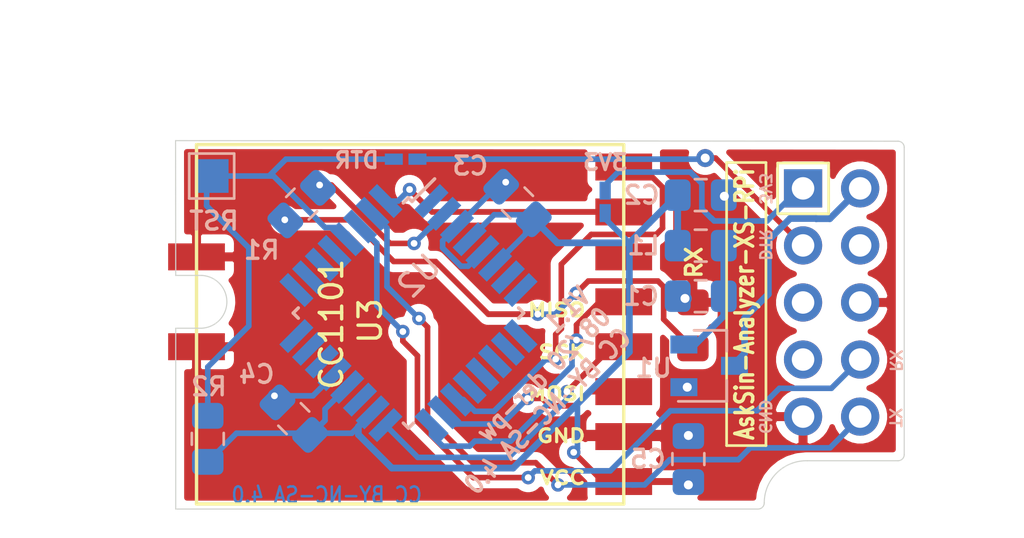
<source format=kicad_pcb>
(kicad_pcb (version 20171130) (host pcbnew "(5.1.6)-1")

  (general
    (thickness 1.6)
    (drawings 34)
    (tracks 264)
    (zones 0)
    (modules 16)
    (nets 36)
  )

  (page A4)
  (layers
    (0 F.Cu signal)
    (31 B.Cu signal)
    (32 B.Adhes user)
    (33 F.Adhes user)
    (34 B.Paste user)
    (35 F.Paste user)
    (36 B.SilkS user)
    (37 F.SilkS user)
    (38 B.Mask user)
    (39 F.Mask user)
    (40 Dwgs.User user)
    (41 Cmts.User user)
    (42 Eco1.User user)
    (43 Eco2.User user)
    (44 Edge.Cuts user)
    (45 Margin user)
    (46 B.CrtYd user)
    (47 F.CrtYd user)
    (48 B.Fab user)
    (49 F.Fab user)
  )

  (setup
    (last_trace_width 0.25)
    (user_trace_width 0.3)
    (user_trace_width 0.5)
    (trace_clearance 0.2)
    (zone_clearance 0.35)
    (zone_45_only no)
    (trace_min 0.2)
    (via_size 0.8)
    (via_drill 0.4)
    (via_min_size 0.4)
    (via_min_drill 0.3)
    (user_via 0.6 0.3)
    (user_via 0.6 0.4)
    (uvia_size 0.3)
    (uvia_drill 0.1)
    (uvias_allowed no)
    (uvia_min_size 0.2)
    (uvia_min_drill 0.1)
    (edge_width 0.05)
    (segment_width 0.2)
    (pcb_text_width 0.3)
    (pcb_text_size 1.5 1.5)
    (mod_edge_width 0.12)
    (mod_text_size 1 1)
    (mod_text_width 0.15)
    (pad_size 1.5 1.5)
    (pad_drill 0)
    (pad_to_mask_clearance 0.2)
    (aux_axis_origin 0 0)
    (visible_elements 7FFFFFFF)
    (pcbplotparams
      (layerselection 0x010fc_ffffffff)
      (usegerberextensions false)
      (usegerberattributes false)
      (usegerberadvancedattributes false)
      (creategerberjobfile false)
      (excludeedgelayer true)
      (linewidth 0.100000)
      (plotframeref false)
      (viasonmask false)
      (mode 1)
      (useauxorigin false)
      (hpglpennumber 1)
      (hpglpenspeed 20)
      (hpglpendiameter 15.000000)
      (psnegative false)
      (psa4output false)
      (plotreference true)
      (plotvalue true)
      (plotinvisibletext false)
      (padsonsilk false)
      (subtractmaskfromsilk false)
      (outputformat 1)
      (mirror false)
      (drillshape 0)
      (scaleselection 1)
      (outputdirectory "Gerber"))
  )

  (net 0 "")
  (net 1 GND)
  (net 2 +5V)
  (net 3 +3V3)
  (net 4 "Net-(J1-Pad1)")
  (net 5 "Net-(U2-Pad28)")
  (net 6 "Net-(U2-Pad27)")
  (net 7 "Net-(U2-Pad26)")
  (net 8 "Net-(U2-Pad25)")
  (net 9 "Net-(U2-Pad24)")
  (net 10 "Net-(U2-Pad23)")
  (net 11 "Net-(U2-Pad22)")
  (net 12 "Net-(U2-Pad19)")
  (net 13 "Net-(U2-Pad13)")
  (net 14 "Net-(U2-Pad12)")
  (net 15 "Net-(U2-Pad11)")
  (net 16 "Net-(U2-Pad10)")
  (net 17 "Net-(U2-Pad9)")
  (net 18 "Net-(U2-Pad8)")
  (net 19 "Net-(U2-Pad7)")
  (net 20 "Net-(U2-Pad1)")
  (net 21 "Net-(U3-Pad6)")
  (net 22 /TX)
  (net 23 /RX)
  (net 24 "Net-(J1-Pad7)")
  (net 25 /SCL)
  (net 26 /GDO0)
  (net 27 /SCK)
  (net 28 /MISO)
  (net 29 /MOSI)
  (net 30 /CS)
  (net 31 "Net-(D1-Pad2)")
  (net 32 "Net-(R1-Pad1)")
  (net 33 "Net-(C1-Pad1)")
  (net 34 /DTR)
  (net 35 "Net-(JP2-Pad1)")

  (net_class Default "Dies ist die voreingestellte Netzklasse."
    (clearance 0.2)
    (trace_width 0.25)
    (via_dia 0.8)
    (via_drill 0.4)
    (uvia_dia 0.3)
    (uvia_drill 0.1)
    (add_net +3V3)
    (add_net +5V)
    (add_net /CS)
    (add_net /DTR)
    (add_net /GDO0)
    (add_net /MISO)
    (add_net /MOSI)
    (add_net /RX)
    (add_net /SCK)
    (add_net /SCL)
    (add_net /TX)
    (add_net GND)
    (add_net "Net-(C1-Pad1)")
    (add_net "Net-(D1-Pad2)")
    (add_net "Net-(J1-Pad1)")
    (add_net "Net-(J1-Pad7)")
    (add_net "Net-(JP2-Pad1)")
    (add_net "Net-(R1-Pad1)")
    (add_net "Net-(U2-Pad1)")
    (add_net "Net-(U2-Pad10)")
    (add_net "Net-(U2-Pad11)")
    (add_net "Net-(U2-Pad12)")
    (add_net "Net-(U2-Pad13)")
    (add_net "Net-(U2-Pad19)")
    (add_net "Net-(U2-Pad22)")
    (add_net "Net-(U2-Pad23)")
    (add_net "Net-(U2-Pad24)")
    (add_net "Net-(U2-Pad25)")
    (add_net "Net-(U2-Pad26)")
    (add_net "Net-(U2-Pad27)")
    (add_net "Net-(U2-Pad28)")
    (add_net "Net-(U2-Pad7)")
    (add_net "Net-(U2-Pad8)")
    (add_net "Net-(U2-Pad9)")
    (add_net "Net-(U3-Pad6)")
  )

  (module Homebrew:CC1101_Module_HM-Sensor (layer F.Cu) (tedit 5F457C78) (tstamp 5F30567F)
    (at 145.025 91.65 90)
    (path /5F2CE3A8)
    (fp_text reference U3 (at 0.15 -1.275 90) (layer F.SilkS)
      (effects (font (size 1 1) (thickness 0.15)))
    )
    (fp_text value CC1101 (at 0 -3 90) (layer F.SilkS)
      (effects (font (size 1 1) (thickness 0.15)))
    )
    (fp_line (start -8 -9) (end -8 10) (layer F.SilkS) (width 0.15))
    (fp_line (start 8 -9) (end -8 -9) (layer F.SilkS) (width 0.15))
    (fp_line (start 8 10) (end 8 -9) (layer F.SilkS) (width 0.15))
    (fp_line (start -8 10) (end 8 10) (layer F.SilkS) (width 0.15))
    (pad 11 smd rect (at 3 -9 90) (size 1.2 2.524) (layers F.Cu F.Paste F.Mask)
      (net 1 GND))
    (pad 10 smd rect (at -1 -9 90) (size 1.2 2.524) (layers F.Cu F.Paste F.Mask)
      (net 1 GND))
    (pad 8 smd rect (at 7 10 90) (size 1.2 2.524) (layers F.Cu F.Paste F.Mask)
      (net 30 /CS))
    (pad 7 smd rect (at 5 10 90) (size 1.2 2.524) (layers F.Cu F.Paste F.Mask)
      (net 26 /GDO0))
    (pad 6 smd rect (at 3 10 90) (size 1.2 2.524) (layers F.Cu F.Paste F.Mask)
      (net 21 "Net-(U3-Pad6)"))
    (pad 5 smd rect (at 1 10 90) (size 1.2 2.524) (layers F.Cu F.Paste F.Mask)
      (net 28 /MISO))
    (pad 4 smd rect (at -1 10 90) (size 1.2 2.524) (layers F.Cu F.Paste F.Mask)
      (net 27 /SCK))
    (pad 3 smd rect (at -3 10 90) (size 1.2 2.524) (layers F.Cu F.Paste F.Mask)
      (net 29 /MOSI))
    (pad 2 smd rect (at -5 10 90) (size 1.2 2.524) (layers F.Cu F.Paste F.Mask)
      (net 1 GND))
    (pad 1 smd rect (at -7 10 90) (size 1.2 2.524) (layers F.Cu F.Paste F.Mask)
      (net 3 +3V3))
  )

  (module Homebrew:my_mini_Jumper (layer B.Cu) (tedit 5F2AE074) (tstamp 5F3060B4)
    (at 154.2 86.2 90)
    (descr "SMD Solder Jumper, 1x1.5mm, rounded Pads, 0.3mm gap, open")
    (tags "solder jumper open")
    (path /5F2B069F)
    (attr virtual)
    (fp_text reference JP1 (at 2.9 0.075 90) (layer B.SilkS) hide
      (effects (font (size 0.8 0.8) (thickness 0.15)) (justify mirror))
    )
    (fp_text value 3V3 (at 1.76 0) (layer B.SilkS)
      (effects (font (size 0.7 0.7) (thickness 0.15)) (justify mirror))
    )
    (fp_line (start -1.65 1.25) (end 1.65 1.25) (layer B.CrtYd) (width 0.05))
    (fp_line (start -1.65 1.25) (end -1.65 -1.25) (layer B.CrtYd) (width 0.05))
    (fp_line (start 1.65 -1.25) (end 1.65 1.25) (layer B.CrtYd) (width 0.05))
    (fp_line (start 1.65 -1.25) (end -1.65 -1.25) (layer B.CrtYd) (width 0.05))
    (pad 1 smd rect (at -0.5 0 90) (size 0.8 0.5) (layers B.Cu B.Mask)
      (net 3 +3V3) (zone_connect 2))
    (pad 2 smd rect (at 0.5 0 90) (size 0.8 0.5) (layers B.Cu B.Mask)
      (net 4 "Net-(J1-Pad1)") (zone_connect 2))
  )

  (module Homebrew:my_mini_Jumper (layer B.Cu) (tedit 5F2FE82C) (tstamp 5F3052BC)
    (at 145.3 84.3)
    (descr "SMD Solder Jumper, 1x1.5mm, rounded Pads, 0.3mm gap, open")
    (tags "solder jumper open")
    (path /5F30342A)
    (attr virtual)
    (fp_text reference JP2 (at 2.9 0.075) (layer B.SilkS) hide
      (effects (font (size 0.8 0.8) (thickness 0.15)) (justify mirror))
    )
    (fp_text value DTR (at -2.15 0.05) (layer B.SilkS)
      (effects (font (size 0.7 0.7) (thickness 0.15)) (justify mirror))
    )
    (fp_line (start -1.65 1.25) (end 1.65 1.25) (layer B.CrtYd) (width 0.05))
    (fp_line (start -1.65 1.25) (end -1.65 -1.25) (layer B.CrtYd) (width 0.05))
    (fp_line (start 1.65 -1.25) (end 1.65 1.25) (layer B.CrtYd) (width 0.05))
    (fp_line (start 1.65 -1.25) (end -1.65 -1.25) (layer B.CrtYd) (width 0.05))
    (pad 1 smd rect (at -0.5 0) (size 0.8 0.5) (layers B.Cu B.Mask)
      (net 35 "Net-(JP2-Pad1)") (zone_connect 2))
    (pad 2 smd rect (at 0.55 0) (size 0.8 0.5) (layers B.Cu B.Mask)
      (net 34 /DTR) (zone_connect 2))
  )

  (module TestPoint:TestPoint_Pad_2.0x2.0mm (layer B.Cu) (tedit 5F2B0961) (tstamp 5F2ABCA9)
    (at 136.7 85.05)
    (descr "SMD rectangular pad as test Point, square 2.0mm side length")
    (tags "test point SMD pad rectangle square")
    (path /5F318BD7)
    (attr virtual)
    (fp_text reference TP1 (at 0 1.998) (layer B.SilkS) hide
      (effects (font (size 1 1) (thickness 0.15)) (justify mirror))
    )
    (fp_text value TestPoint (at 0 -2.05) (layer B.Fab)
      (effects (font (size 1 1) (thickness 0.15)) (justify mirror))
    )
    (fp_line (start -1 1) (end 1 1) (layer B.SilkS) (width 0.12))
    (fp_line (start 1 1) (end 1 -1) (layer B.SilkS) (width 0.12))
    (fp_line (start 1 -1) (end -1 -1) (layer B.SilkS) (width 0.12))
    (fp_line (start -1 -1) (end -1 1) (layer B.SilkS) (width 0.12))
    (fp_line (start -1.5 1.5) (end 1.5 1.5) (layer B.CrtYd) (width 0.05))
    (fp_line (start -1.5 1.5) (end -1.5 -1.5) (layer B.CrtYd) (width 0.05))
    (fp_line (start 1.5 -1.5) (end 1.5 1.5) (layer B.CrtYd) (width 0.05))
    (fp_line (start 1.5 -1.5) (end -1.5 -1.5) (layer B.CrtYd) (width 0.05))
    (fp_text user %R (at 0 2) (layer B.Fab)
      (effects (font (size 1 1) (thickness 0.15)) (justify mirror))
    )
    (pad 1 smd rect (at 0 0) (size 1.5 1.5) (layers B.Cu B.Mask)
      (net 35 "Net-(JP2-Pad1)"))
  )

  (module Package_TO_SOT_SMD:SOT-23 (layer B.Cu) (tedit 5F2AEE37) (tstamp 5F2B418F)
    (at 158.85 93.5)
    (descr "SOT-23, Standard")
    (tags SOT-23)
    (path /5F30C954)
    (attr smd)
    (fp_text reference U1 (at -2.5 0.1 180) (layer B.SilkS)
      (effects (font (size 0.8 0.8) (thickness 0.15)) (justify mirror))
    )
    (fp_text value MCP1754S-3302xCB (at 0 -2.5) (layer B.Fab)
      (effects (font (size 1 1) (thickness 0.15)) (justify mirror))
    )
    (fp_line (start 0.76 -1.58) (end -0.7 -1.58) (layer B.SilkS) (width 0.12))
    (fp_line (start 0.76 1.58) (end -1.4 1.58) (layer B.SilkS) (width 0.12))
    (fp_line (start -1.7 -1.75) (end -1.7 1.75) (layer B.CrtYd) (width 0.05))
    (fp_line (start 1.7 -1.75) (end -1.7 -1.75) (layer B.CrtYd) (width 0.05))
    (fp_line (start 1.7 1.75) (end 1.7 -1.75) (layer B.CrtYd) (width 0.05))
    (fp_line (start -1.7 1.75) (end 1.7 1.75) (layer B.CrtYd) (width 0.05))
    (fp_line (start 0.76 1.58) (end 0.76 0.65) (layer B.SilkS) (width 0.12))
    (fp_line (start 0.76 -1.58) (end 0.76 -0.65) (layer B.SilkS) (width 0.12))
    (fp_line (start -0.7 -1.52) (end 0.7 -1.52) (layer B.Fab) (width 0.1))
    (fp_line (start 0.7 1.52) (end 0.7 -1.52) (layer B.Fab) (width 0.1))
    (fp_line (start -0.7 0.95) (end -0.15 1.52) (layer B.Fab) (width 0.1))
    (fp_line (start -0.15 1.52) (end 0.7 1.52) (layer B.Fab) (width 0.1))
    (fp_line (start -0.7 0.95) (end -0.7 -1.5) (layer B.Fab) (width 0.1))
    (fp_text user %R (at 0 0 270) (layer B.Fab)
      (effects (font (size 0.5 0.5) (thickness 0.075)) (justify mirror))
    )
    (pad 1 smd rect (at -1.15 0.95) (size 1.2 0.8) (layers B.Cu B.Paste B.Mask)
      (net 1 GND))
    (pad 2 smd rect (at -1.15 -0.95) (size 1.2 0.8) (layers B.Cu B.Paste B.Mask)
      (net 33 "Net-(C1-Pad1)"))
    (pad 3 smd rect (at 1.1 0) (size 1.2 0.8) (layers B.Cu B.Paste B.Mask)
      (net 2 +5V))
    (model ${KISYS3DMOD}/Package_TO_SOT_SMD.3dshapes/SOT-23.wrl
      (at (xyz 0 0 0))
      (scale (xyz 1 1 1))
      (rotate (xyz 0 0 0))
    )
  )

  (module Inductor_SMD:L_0805_2012Metric_Pad1.15x1.40mm_HandSolder (layer B.Cu) (tedit 5B36C52B) (tstamp 5F2B4120)
    (at 158.45 88.15 180)
    (descr "Capacitor SMD 0805 (2012 Metric), square (rectangular) end terminal, IPC_7351 nominal with elongated pad for handsoldering. (Body size source: https://docs.google.com/spreadsheets/d/1BsfQQcO9C6DZCsRaXUlFlo91Tg2WpOkGARC1WS5S8t0/edit?usp=sharing), generated with kicad-footprint-generator")
    (tags "inductor handsolder")
    (path /5F31377B)
    (attr smd)
    (fp_text reference L1 (at 2.55 0) (layer B.SilkS)
      (effects (font (size 0.8 0.8) (thickness 0.15)) (justify mirror))
    )
    (fp_text value "BLM21PG 300" (at 0 -1.65) (layer B.Fab)
      (effects (font (size 1 1) (thickness 0.15)) (justify mirror))
    )
    (fp_line (start 1.85 -0.95) (end -1.85 -0.95) (layer B.CrtYd) (width 0.05))
    (fp_line (start 1.85 0.95) (end 1.85 -0.95) (layer B.CrtYd) (width 0.05))
    (fp_line (start -1.85 0.95) (end 1.85 0.95) (layer B.CrtYd) (width 0.05))
    (fp_line (start -1.85 -0.95) (end -1.85 0.95) (layer B.CrtYd) (width 0.05))
    (fp_line (start -0.261252 -0.71) (end 0.261252 -0.71) (layer B.SilkS) (width 0.12))
    (fp_line (start -0.261252 0.71) (end 0.261252 0.71) (layer B.SilkS) (width 0.12))
    (fp_line (start 1 -0.6) (end -1 -0.6) (layer B.Fab) (width 0.1))
    (fp_line (start 1 0.6) (end 1 -0.6) (layer B.Fab) (width 0.1))
    (fp_line (start -1 0.6) (end 1 0.6) (layer B.Fab) (width 0.1))
    (fp_line (start -1 -0.6) (end -1 0.6) (layer B.Fab) (width 0.1))
    (fp_text user %R (at 0 0) (layer B.Fab)
      (effects (font (size 0.5 0.5) (thickness 0.08)) (justify mirror))
    )
    (pad 1 smd roundrect (at -1.025 0 180) (size 1.15 1.4) (layers B.Cu B.Paste B.Mask) (roundrect_rratio 0.217391)
      (net 33 "Net-(C1-Pad1)"))
    (pad 2 smd roundrect (at 1.025 0 180) (size 1.15 1.4) (layers B.Cu B.Paste B.Mask) (roundrect_rratio 0.217391)
      (net 3 +3V3))
    (model ${KISYS3DMOD}/Inductor_SMD.3dshapes/L_0805_2012Metric.wrl
      (at (xyz 0 0 0))
      (scale (xyz 1 1 1))
      (rotate (xyz 0 0 0))
    )
  )

  (module Connector_PinHeader_2.54mm:PinHeader_2x05_P2.54mm_Vertical (layer F.Cu) (tedit 5F2ACFD6) (tstamp 5F2B4DEA)
    (at 163 85.6)
    (descr "Through hole straight pin header, 2x05, 2.54mm pitch, double rows")
    (tags "Through hole pin header THT 2x05 2.54mm double row")
    (path /5F2A8D07)
    (fp_text reference J1 (at 1.27 -2.33) (layer F.SilkS) hide
      (effects (font (size 1 1) (thickness 0.15)))
    )
    (fp_text value Conn_02x05_Odd_Even (at 1.27 12.49) (layer F.Fab)
      (effects (font (size 1 1) (thickness 0.15)))
    )
    (fp_line (start 0 -1.27) (end 3.81 -1.27) (layer F.Fab) (width 0.1))
    (fp_line (start 3.81 -1.27) (end 3.81 11.43) (layer F.Fab) (width 0.1))
    (fp_line (start 3.81 11.43) (end -1.27 11.43) (layer F.Fab) (width 0.1))
    (fp_line (start -1.27 11.43) (end -1.27 0) (layer F.Fab) (width 0.1))
    (fp_line (start -1.27 0) (end 0 -1.27) (layer F.Fab) (width 0.1))
    (fp_line (start -1.8 -1.8) (end -1.8 11.95) (layer F.CrtYd) (width 0.05))
    (fp_line (start -1.8 11.95) (end 4.35 11.95) (layer F.CrtYd) (width 0.05))
    (fp_line (start 4.35 11.95) (end 4.35 -1.8) (layer F.CrtYd) (width 0.05))
    (fp_line (start 4.35 -1.8) (end -1.8 -1.8) (layer F.CrtYd) (width 0.05))
    (fp_text user %R (at 1.27 5.08 90) (layer F.Fab)
      (effects (font (size 1 1) (thickness 0.15)))
    )
    (pad 10 thru_hole oval (at 2.54 10.16) (size 1.7 1.7) (drill 1) (layers *.Cu *.Mask)
      (net 22 /TX))
    (pad 9 thru_hole oval (at 0 10.16) (size 1.7 1.7) (drill 1) (layers *.Cu *.Mask)
      (net 1 GND))
    (pad 8 thru_hole oval (at 2.54 7.62) (size 1.7 1.7) (drill 1) (layers *.Cu *.Mask)
      (net 23 /RX))
    (pad 7 thru_hole oval (at 0 7.62) (size 1.7 1.7) (drill 1) (layers *.Cu *.Mask)
      (net 24 "Net-(J1-Pad7)"))
    (pad 6 thru_hole oval (at 2.54 5.08) (size 1.7 1.7) (drill 1) (layers *.Cu *.Mask)
      (net 1 GND))
    (pad 5 thru_hole oval (at 0 5.08) (size 1.7 1.7) (drill 1) (layers *.Cu *.Mask)
      (net 25 /SCL))
    (pad 4 thru_hole oval (at 2.54 2.54) (size 1.7 1.7) (drill 1) (layers *.Cu *.Mask)
      (net 2 +5V))
    (pad 3 thru_hole oval (at 0 2.54) (size 1.7 1.7) (drill 1) (layers *.Cu *.Mask)
      (net 34 /DTR))
    (pad 2 thru_hole oval (at 2.54 0) (size 1.7 1.7) (drill 1) (layers *.Cu *.Mask)
      (net 2 +5V))
    (pad 1 thru_hole rect (at 0 0) (size 1.7 1.7) (drill 1) (layers *.Cu *.Mask)
      (net 4 "Net-(J1-Pad1)"))
    (model ${KISYS3DMOD}/Connector_PinHeader_2.54mm.3dshapes/PinHeader_2x05_P2.54mm_Vertical.wrl
      (at (xyz 0 0 0))
      (scale (xyz 1 1 1))
      (rotate (xyz 0 0 0))
    )
  )

  (module LED_SMD:LED_0805_2012Metric_Pad1.15x1.40mm_HandSolder (layer F.Cu) (tedit 5F2ACFB5) (tstamp 5F2AAC9B)
    (at 158.1 91.7 270)
    (descr "LED SMD 0805 (2012 Metric), square (rectangular) end terminal, IPC_7351 nominal, (Body size source: https://docs.google.com/spreadsheets/d/1BsfQQcO9C6DZCsRaXUlFlo91Tg2WpOkGARC1WS5S8t0/edit?usp=sharing), generated with kicad-footprint-generator")
    (tags "LED handsolder")
    (path /5F305641)
    (attr smd)
    (fp_text reference D1 (at 0 -1.65 90) (layer F.SilkS) hide
      (effects (font (size 1 1) (thickness 0.15)))
    )
    (fp_text value LED (at 0 1.65 90) (layer F.Fab)
      (effects (font (size 1 1) (thickness 0.15)))
    )
    (fp_line (start 1 -0.6) (end -0.7 -0.6) (layer F.Fab) (width 0.1))
    (fp_line (start -0.7 -0.6) (end -1 -0.3) (layer F.Fab) (width 0.1))
    (fp_line (start -1 -0.3) (end -1 0.6) (layer F.Fab) (width 0.1))
    (fp_line (start -1 0.6) (end 1 0.6) (layer F.Fab) (width 0.1))
    (fp_line (start 1 0.6) (end 1 -0.6) (layer F.Fab) (width 0.1))
    (fp_line (start -1.85 0.95) (end -1.85 -0.95) (layer F.CrtYd) (width 0.05))
    (fp_line (start -1.85 -0.95) (end 1.85 -0.95) (layer F.CrtYd) (width 0.05))
    (fp_line (start 1.85 -0.95) (end 1.85 0.95) (layer F.CrtYd) (width 0.05))
    (fp_line (start 1.85 0.95) (end -1.85 0.95) (layer F.CrtYd) (width 0.05))
    (fp_text user %R (at 0 0 90) (layer F.Fab)
      (effects (font (size 0.5 0.5) (thickness 0.08)))
    )
    (pad 2 smd roundrect (at 1.025 0 270) (size 1.15 1.4) (layers F.Cu F.Paste F.Mask) (roundrect_rratio 0.217391)
      (net 31 "Net-(D1-Pad2)"))
    (pad 1 smd roundrect (at -1.025 0 270) (size 1.15 1.4) (layers F.Cu F.Paste F.Mask) (roundrect_rratio 0.217391)
      (net 1 GND))
    (model ${KISYS3DMOD}/LED_SMD.3dshapes/LED_0805_2012Metric.wrl
      (at (xyz 0 0 0))
      (scale (xyz 1 1 1))
      (rotate (xyz 0 0 0))
    )
  )

  (module Resistor_SMD:R_0805_2012Metric_Pad1.15x1.40mm_HandSolder (layer B.Cu) (tedit 5B36C52B) (tstamp 5F2AC98F)
    (at 136.525 96.75 90)
    (descr "Resistor SMD 0805 (2012 Metric), square (rectangular) end terminal, IPC_7351 nominal with elongated pad for handsoldering. (Body size source: https://docs.google.com/spreadsheets/d/1BsfQQcO9C6DZCsRaXUlFlo91Tg2WpOkGARC1WS5S8t0/edit?usp=sharing), generated with kicad-footprint-generator")
    (tags "resistor handsolder")
    (path /5F323B64)
    (attr smd)
    (fp_text reference R2 (at 2.325 0.05) (layer B.SilkS)
      (effects (font (size 0.8 0.8) (thickness 0.15)) (justify mirror))
    )
    (fp_text value 10k (at 0 -1.65 270) (layer B.Fab)
      (effects (font (size 1 1) (thickness 0.15)) (justify mirror))
    )
    (fp_line (start -1 -0.6) (end -1 0.6) (layer B.Fab) (width 0.1))
    (fp_line (start -1 0.6) (end 1 0.6) (layer B.Fab) (width 0.1))
    (fp_line (start 1 0.6) (end 1 -0.6) (layer B.Fab) (width 0.1))
    (fp_line (start 1 -0.6) (end -1 -0.6) (layer B.Fab) (width 0.1))
    (fp_line (start -0.261252 0.71) (end 0.261252 0.71) (layer B.SilkS) (width 0.12))
    (fp_line (start -0.261252 -0.71) (end 0.261252 -0.71) (layer B.SilkS) (width 0.12))
    (fp_line (start -1.85 -0.95) (end -1.85 0.95) (layer B.CrtYd) (width 0.05))
    (fp_line (start -1.85 0.95) (end 1.85 0.95) (layer B.CrtYd) (width 0.05))
    (fp_line (start 1.85 0.95) (end 1.85 -0.95) (layer B.CrtYd) (width 0.05))
    (fp_line (start 1.85 -0.95) (end -1.85 -0.95) (layer B.CrtYd) (width 0.05))
    (fp_text user %R (at 0 0 270) (layer B.Fab)
      (effects (font (size 0.5 0.5) (thickness 0.08)) (justify mirror))
    )
    (pad 2 smd roundrect (at 1.025 0 90) (size 1.15 1.4) (layers B.Cu B.Paste B.Mask) (roundrect_rratio 0.217391)
      (net 35 "Net-(JP2-Pad1)"))
    (pad 1 smd roundrect (at -1.025 0 90) (size 1.15 1.4) (layers B.Cu B.Paste B.Mask) (roundrect_rratio 0.217391)
      (net 3 +3V3))
    (model ${KISYS3DMOD}/Resistor_SMD.3dshapes/R_0805_2012Metric.wrl
      (at (xyz 0 0 0))
      (scale (xyz 1 1 1))
      (rotate (xyz 0 0 0))
    )
  )

  (module Resistor_SMD:R_0805_2012Metric_Pad1.15x1.40mm_HandSolder (layer B.Cu) (tedit 5B36C52B) (tstamp 5F2AAD0C)
    (at 140.7 86.3 225)
    (descr "Resistor SMD 0805 (2012 Metric), square (rectangular) end terminal, IPC_7351 nominal with elongated pad for handsoldering. (Body size source: https://docs.google.com/spreadsheets/d/1BsfQQcO9C6DZCsRaXUlFlo91Tg2WpOkGARC1WS5S8t0/edit?usp=sharing), generated with kicad-footprint-generator")
    (tags "resistor handsolder")
    (path /5F306C0A)
    (attr smd)
    (fp_text reference R1 (at 2.704683 -0.194454) (layer B.SilkS)
      (effects (font (size 0.8 0.8) (thickness 0.15)) (justify mirror))
    )
    (fp_text value 330 (at 0 -1.65 225) (layer B.Fab)
      (effects (font (size 1 1) (thickness 0.15)) (justify mirror))
    )
    (fp_line (start -1 -0.6) (end -1 0.6) (layer B.Fab) (width 0.1))
    (fp_line (start -1 0.6) (end 1 0.6) (layer B.Fab) (width 0.1))
    (fp_line (start 1 0.6) (end 1 -0.6) (layer B.Fab) (width 0.1))
    (fp_line (start 1 -0.6) (end -1 -0.6) (layer B.Fab) (width 0.1))
    (fp_line (start -0.261252 0.71) (end 0.261252 0.71) (layer B.SilkS) (width 0.12))
    (fp_line (start -0.261252 -0.71) (end 0.261252 -0.71) (layer B.SilkS) (width 0.12))
    (fp_line (start -1.85 -0.95) (end -1.85 0.95) (layer B.CrtYd) (width 0.05))
    (fp_line (start -1.85 0.95) (end 1.85 0.95) (layer B.CrtYd) (width 0.05))
    (fp_line (start 1.85 0.95) (end 1.85 -0.95) (layer B.CrtYd) (width 0.05))
    (fp_line (start 1.85 -0.95) (end -1.85 -0.95) (layer B.CrtYd) (width 0.05))
    (fp_text user %R (at 0 0 225) (layer B.Fab)
      (effects (font (size 0.5 0.5) (thickness 0.08)) (justify mirror))
    )
    (pad 2 smd roundrect (at 1.025 0 225) (size 1.15 1.4) (layers B.Cu B.Paste B.Mask) (roundrect_rratio 0.217391)
      (net 31 "Net-(D1-Pad2)"))
    (pad 1 smd roundrect (at -1.025 0 225) (size 1.15 1.4) (layers B.Cu B.Paste B.Mask) (roundrect_rratio 0.217391)
      (net 32 "Net-(R1-Pad1)"))
    (model ${KISYS3DMOD}/Resistor_SMD.3dshapes/R_0805_2012Metric.wrl
      (at (xyz 0 0 0))
      (scale (xyz 1 1 1))
      (rotate (xyz 0 0 0))
    )
  )

  (module Capacitor_SMD:C_0805_2012Metric_Pad1.15x1.40mm_HandSolder (layer B.Cu) (tedit 5B36C52B) (tstamp 5F2A8F6F)
    (at 157.9 97.65 90)
    (descr "Capacitor SMD 0805 (2012 Metric), square (rectangular) end terminal, IPC_7351 nominal with elongated pad for handsoldering. (Body size source: https://docs.google.com/spreadsheets/d/1BsfQQcO9C6DZCsRaXUlFlo91Tg2WpOkGARC1WS5S8t0/edit?usp=sharing), generated with kicad-footprint-generator")
    (tags "capacitor handsolder")
    (path /5F2DF8C6)
    (attr smd)
    (fp_text reference C5 (at 0 -1.8) (layer B.SilkS)
      (effects (font (size 0.8 0.8) (thickness 0.15)) (justify mirror))
    )
    (fp_text value 100n (at 0 -1.65 270) (layer B.Fab)
      (effects (font (size 1 1) (thickness 0.15)) (justify mirror))
    )
    (fp_line (start -1 -0.6) (end -1 0.6) (layer B.Fab) (width 0.1))
    (fp_line (start -1 0.6) (end 1 0.6) (layer B.Fab) (width 0.1))
    (fp_line (start 1 0.6) (end 1 -0.6) (layer B.Fab) (width 0.1))
    (fp_line (start 1 -0.6) (end -1 -0.6) (layer B.Fab) (width 0.1))
    (fp_line (start -0.261252 0.71) (end 0.261252 0.71) (layer B.SilkS) (width 0.12))
    (fp_line (start -0.261252 -0.71) (end 0.261252 -0.71) (layer B.SilkS) (width 0.12))
    (fp_line (start -1.85 -0.95) (end -1.85 0.95) (layer B.CrtYd) (width 0.05))
    (fp_line (start -1.85 0.95) (end 1.85 0.95) (layer B.CrtYd) (width 0.05))
    (fp_line (start 1.85 0.95) (end 1.85 -0.95) (layer B.CrtYd) (width 0.05))
    (fp_line (start 1.85 -0.95) (end -1.85 -0.95) (layer B.CrtYd) (width 0.05))
    (fp_text user %R (at 0 0 270) (layer B.Fab)
      (effects (font (size 0.5 0.5) (thickness 0.08)) (justify mirror))
    )
    (pad 2 smd roundrect (at 1.025 0 90) (size 1.15 1.4) (layers B.Cu B.Paste B.Mask) (roundrect_rratio 0.217391)
      (net 1 GND))
    (pad 1 smd roundrect (at -1.025 0 90) (size 1.15 1.4) (layers B.Cu B.Paste B.Mask) (roundrect_rratio 0.217391)
      (net 3 +3V3))
    (model ${KISYS3DMOD}/Capacitor_SMD.3dshapes/C_0805_2012Metric.wrl
      (at (xyz 0 0 0))
      (scale (xyz 1 1 1))
      (rotate (xyz 0 0 0))
    )
  )

  (module Capacitor_SMD:C_0805_2012Metric_Pad1.15x1.40mm_HandSolder (layer B.Cu) (tedit 5B36C52B) (tstamp 5F2A8F5E)
    (at 140.35 95.85 135)
    (descr "Capacitor SMD 0805 (2012 Metric), square (rectangular) end terminal, IPC_7351 nominal with elongated pad for handsoldering. (Body size source: https://docs.google.com/spreadsheets/d/1BsfQQcO9C6DZCsRaXUlFlo91Tg2WpOkGARC1WS5S8t0/edit?usp=sharing), generated with kicad-footprint-generator")
    (tags "capacitor handsolder")
    (path /5F2E1D07)
    (attr smd)
    (fp_text reference C4 (at 2.563262 0.22981 180) (layer B.SilkS)
      (effects (font (size 0.8 0.8) (thickness 0.15)) (justify mirror))
    )
    (fp_text value 100n (at 0 -1.65 315) (layer B.Fab)
      (effects (font (size 1 1) (thickness 0.15)) (justify mirror))
    )
    (fp_line (start -1 -0.6) (end -1 0.6) (layer B.Fab) (width 0.1))
    (fp_line (start -1 0.6) (end 1 0.6) (layer B.Fab) (width 0.1))
    (fp_line (start 1 0.6) (end 1 -0.6) (layer B.Fab) (width 0.1))
    (fp_line (start 1 -0.6) (end -1 -0.6) (layer B.Fab) (width 0.1))
    (fp_line (start -0.261252 0.71) (end 0.261252 0.71) (layer B.SilkS) (width 0.12))
    (fp_line (start -0.261252 -0.71) (end 0.261252 -0.71) (layer B.SilkS) (width 0.12))
    (fp_line (start -1.85 -0.95) (end -1.85 0.95) (layer B.CrtYd) (width 0.05))
    (fp_line (start -1.85 0.95) (end 1.85 0.95) (layer B.CrtYd) (width 0.05))
    (fp_line (start 1.85 0.95) (end 1.85 -0.95) (layer B.CrtYd) (width 0.05))
    (fp_line (start 1.85 -0.95) (end -1.85 -0.95) (layer B.CrtYd) (width 0.05))
    (fp_text user %R (at 0 0 315) (layer B.Fab)
      (effects (font (size 0.5 0.5) (thickness 0.08)) (justify mirror))
    )
    (pad 2 smd roundrect (at 1.025 0 135) (size 1.15 1.4) (layers B.Cu B.Paste B.Mask) (roundrect_rratio 0.217391)
      (net 1 GND))
    (pad 1 smd roundrect (at -1.025 0 135) (size 1.15 1.4) (layers B.Cu B.Paste B.Mask) (roundrect_rratio 0.217391)
      (net 3 +3V3))
    (model ${KISYS3DMOD}/Capacitor_SMD.3dshapes/C_0805_2012Metric.wrl
      (at (xyz 0 0 0))
      (scale (xyz 1 1 1))
      (rotate (xyz 0 0 0))
    )
  )

  (module Capacitor_SMD:C_0805_2012Metric_Pad1.15x1.40mm_HandSolder (layer B.Cu) (tedit 5B36C52B) (tstamp 5F2A8F4D)
    (at 150.3 86.25 135)
    (descr "Capacitor SMD 0805 (2012 Metric), square (rectangular) end terminal, IPC_7351 nominal with elongated pad for handsoldering. (Body size source: https://docs.google.com/spreadsheets/d/1BsfQQcO9C6DZCsRaXUlFlo91Tg2WpOkGARC1WS5S8t0/edit?usp=sharing), generated with kicad-footprint-generator")
    (tags "capacitor handsolder")
    (path /5F2E229F)
    (attr smd)
    (fp_text reference C3 (at 2.65165 -0.318198 180) (layer B.SilkS)
      (effects (font (size 0.8 0.8) (thickness 0.15)) (justify mirror))
    )
    (fp_text value 100n (at 0 -1.65 315) (layer B.Fab)
      (effects (font (size 1 1) (thickness 0.15)) (justify mirror))
    )
    (fp_line (start -1 -0.6) (end -1 0.6) (layer B.Fab) (width 0.1))
    (fp_line (start -1 0.6) (end 1 0.6) (layer B.Fab) (width 0.1))
    (fp_line (start 1 0.6) (end 1 -0.6) (layer B.Fab) (width 0.1))
    (fp_line (start 1 -0.6) (end -1 -0.6) (layer B.Fab) (width 0.1))
    (fp_line (start -0.261252 0.71) (end 0.261252 0.71) (layer B.SilkS) (width 0.12))
    (fp_line (start -0.261252 -0.71) (end 0.261252 -0.71) (layer B.SilkS) (width 0.12))
    (fp_line (start -1.85 -0.95) (end -1.85 0.95) (layer B.CrtYd) (width 0.05))
    (fp_line (start -1.85 0.95) (end 1.85 0.95) (layer B.CrtYd) (width 0.05))
    (fp_line (start 1.85 0.95) (end 1.85 -0.95) (layer B.CrtYd) (width 0.05))
    (fp_line (start 1.85 -0.95) (end -1.85 -0.95) (layer B.CrtYd) (width 0.05))
    (fp_text user %R (at 0 0 315) (layer B.Fab)
      (effects (font (size 0.5 0.5) (thickness 0.08)) (justify mirror))
    )
    (pad 2 smd roundrect (at 1.025 0 135) (size 1.15 1.4) (layers B.Cu B.Paste B.Mask) (roundrect_rratio 0.217391)
      (net 1 GND))
    (pad 1 smd roundrect (at -1.025 0 135) (size 1.15 1.4) (layers B.Cu B.Paste B.Mask) (roundrect_rratio 0.217391)
      (net 3 +3V3))
    (model ${KISYS3DMOD}/Capacitor_SMD.3dshapes/C_0805_2012Metric.wrl
      (at (xyz 0 0 0))
      (scale (xyz 1 1 1))
      (rotate (xyz 0 0 0))
    )
  )

  (module Package_QFP:TQFP-32_7x7mm_P0.8mm (layer B.Cu) (tedit 5A02F146) (tstamp 5F2A7BA8)
    (at 145.45 91.15 225)
    (descr "32-Lead Plastic Thin Quad Flatpack (PT) - 7x7x1.0 mm Body, 2.00 mm [TQFP] (see Microchip Packaging Specification 00000049BS.pdf)")
    (tags "QFP 0.8")
    (path /5F2A6675)
    (attr smd)
    (fp_text reference U2 (at -1.502602 0.83085 45) (layer B.SilkS)
      (effects (font (size 1 1) (thickness 0.15)) (justify mirror))
    )
    (fp_text value ATmega328P-AU (at 0 -6.05 45) (layer B.Fab)
      (effects (font (size 1 1) (thickness 0.15)) (justify mirror))
    )
    (fp_line (start -2.5 3.5) (end 3.5 3.5) (layer B.Fab) (width 0.15))
    (fp_line (start 3.5 3.5) (end 3.5 -3.5) (layer B.Fab) (width 0.15))
    (fp_line (start 3.5 -3.5) (end -3.5 -3.5) (layer B.Fab) (width 0.15))
    (fp_line (start -3.5 -3.5) (end -3.5 2.5) (layer B.Fab) (width 0.15))
    (fp_line (start -3.5 2.5) (end -2.5 3.5) (layer B.Fab) (width 0.15))
    (fp_line (start -5.3 5.3) (end -5.3 -5.3) (layer B.CrtYd) (width 0.05))
    (fp_line (start 5.3 5.3) (end 5.3 -5.3) (layer B.CrtYd) (width 0.05))
    (fp_line (start -5.3 5.3) (end 5.3 5.3) (layer B.CrtYd) (width 0.05))
    (fp_line (start -5.3 -5.3) (end 5.3 -5.3) (layer B.CrtYd) (width 0.05))
    (fp_line (start -3.625 3.625) (end -3.625 3.4) (layer B.SilkS) (width 0.15))
    (fp_line (start 3.625 3.625) (end 3.625 3.3) (layer B.SilkS) (width 0.15))
    (fp_line (start 3.625 -3.625) (end 3.625 -3.3) (layer B.SilkS) (width 0.15))
    (fp_line (start -3.625 -3.625) (end -3.625 -3.3) (layer B.SilkS) (width 0.15))
    (fp_line (start -3.625 3.625) (end -3.3 3.625) (layer B.SilkS) (width 0.15))
    (fp_line (start -3.625 -3.625) (end -3.3 -3.625) (layer B.SilkS) (width 0.15))
    (fp_line (start 3.625 -3.625) (end 3.3 -3.625) (layer B.SilkS) (width 0.15))
    (fp_line (start 3.625 3.625) (end 3.3 3.625) (layer B.SilkS) (width 0.15))
    (fp_line (start -3.625 3.4) (end -5.05 3.4) (layer B.SilkS) (width 0.15))
    (fp_text user %R (at 0 0 45) (layer B.Fab)
      (effects (font (size 1 1) (thickness 0.15)) (justify mirror))
    )
    (pad 32 smd rect (at -2.8 4.25 135) (size 1.6 0.55) (layers B.Cu B.Paste B.Mask)
      (net 26 /GDO0))
    (pad 31 smd rect (at -2 4.25 135) (size 1.6 0.55) (layers B.Cu B.Paste B.Mask)
      (net 22 /TX))
    (pad 30 smd rect (at -1.2 4.25 135) (size 1.6 0.55) (layers B.Cu B.Paste B.Mask)
      (net 23 /RX))
    (pad 29 smd rect (at -0.4 4.25 135) (size 1.6 0.55) (layers B.Cu B.Paste B.Mask)
      (net 35 "Net-(JP2-Pad1)"))
    (pad 28 smd rect (at 0.4 4.25 135) (size 1.6 0.55) (layers B.Cu B.Paste B.Mask)
      (net 5 "Net-(U2-Pad28)"))
    (pad 27 smd rect (at 1.2 4.25 135) (size 1.6 0.55) (layers B.Cu B.Paste B.Mask)
      (net 6 "Net-(U2-Pad27)"))
    (pad 26 smd rect (at 2 4.25 135) (size 1.6 0.55) (layers B.Cu B.Paste B.Mask)
      (net 7 "Net-(U2-Pad26)"))
    (pad 25 smd rect (at 2.8 4.25 135) (size 1.6 0.55) (layers B.Cu B.Paste B.Mask)
      (net 8 "Net-(U2-Pad25)"))
    (pad 24 smd rect (at 4.25 2.8 225) (size 1.6 0.55) (layers B.Cu B.Paste B.Mask)
      (net 9 "Net-(U2-Pad24)"))
    (pad 23 smd rect (at 4.25 2 225) (size 1.6 0.55) (layers B.Cu B.Paste B.Mask)
      (net 10 "Net-(U2-Pad23)"))
    (pad 22 smd rect (at 4.25 1.2 225) (size 1.6 0.55) (layers B.Cu B.Paste B.Mask)
      (net 11 "Net-(U2-Pad22)"))
    (pad 21 smd rect (at 4.25 0.4 225) (size 1.6 0.55) (layers B.Cu B.Paste B.Mask)
      (net 1 GND))
    (pad 20 smd rect (at 4.25 -0.4 225) (size 1.6 0.55) (layers B.Cu B.Paste B.Mask)
      (net 3 +3V3))
    (pad 19 smd rect (at 4.25 -1.2 225) (size 1.6 0.55) (layers B.Cu B.Paste B.Mask)
      (net 12 "Net-(U2-Pad19)"))
    (pad 18 smd rect (at 4.25 -2 225) (size 1.6 0.55) (layers B.Cu B.Paste B.Mask)
      (net 3 +3V3))
    (pad 17 smd rect (at 4.25 -2.8 225) (size 1.6 0.55) (layers B.Cu B.Paste B.Mask)
      (net 27 /SCK))
    (pad 16 smd rect (at 2.8 -4.25 135) (size 1.6 0.55) (layers B.Cu B.Paste B.Mask)
      (net 28 /MISO))
    (pad 15 smd rect (at 2 -4.25 135) (size 1.6 0.55) (layers B.Cu B.Paste B.Mask)
      (net 29 /MOSI))
    (pad 14 smd rect (at 1.2 -4.25 135) (size 1.6 0.55) (layers B.Cu B.Paste B.Mask)
      (net 30 /CS))
    (pad 13 smd rect (at 0.4 -4.25 135) (size 1.6 0.55) (layers B.Cu B.Paste B.Mask)
      (net 13 "Net-(U2-Pad13)"))
    (pad 12 smd rect (at -0.4 -4.25 135) (size 1.6 0.55) (layers B.Cu B.Paste B.Mask)
      (net 14 "Net-(U2-Pad12)"))
    (pad 11 smd rect (at -1.2 -4.25 135) (size 1.6 0.55) (layers B.Cu B.Paste B.Mask)
      (net 15 "Net-(U2-Pad11)"))
    (pad 10 smd rect (at -2 -4.25 135) (size 1.6 0.55) (layers B.Cu B.Paste B.Mask)
      (net 16 "Net-(U2-Pad10)"))
    (pad 9 smd rect (at -2.8 -4.25 135) (size 1.6 0.55) (layers B.Cu B.Paste B.Mask)
      (net 17 "Net-(U2-Pad9)"))
    (pad 8 smd rect (at -4.25 -2.8 225) (size 1.6 0.55) (layers B.Cu B.Paste B.Mask)
      (net 18 "Net-(U2-Pad8)"))
    (pad 7 smd rect (at -4.25 -2 225) (size 1.6 0.55) (layers B.Cu B.Paste B.Mask)
      (net 19 "Net-(U2-Pad7)"))
    (pad 6 smd rect (at -4.25 -1.2 225) (size 1.6 0.55) (layers B.Cu B.Paste B.Mask)
      (net 3 +3V3))
    (pad 5 smd rect (at -4.25 -0.4 225) (size 1.6 0.55) (layers B.Cu B.Paste B.Mask)
      (net 1 GND))
    (pad 4 smd rect (at -4.25 0.4 225) (size 1.6 0.55) (layers B.Cu B.Paste B.Mask)
      (net 3 +3V3))
    (pad 3 smd rect (at -4.25 1.2 225) (size 1.6 0.55) (layers B.Cu B.Paste B.Mask)
      (net 1 GND))
    (pad 2 smd rect (at -4.25 2 225) (size 1.6 0.55) (layers B.Cu B.Paste B.Mask)
      (net 32 "Net-(R1-Pad1)"))
    (pad 1 smd rect (at -4.25 2.8 225) (size 1.6 0.55) (layers B.Cu B.Paste B.Mask)
      (net 20 "Net-(U2-Pad1)"))
    (model ${KISYS3DMOD}/Package_QFP.3dshapes/TQFP-32_7x7mm_P0.8mm.wrl
      (at (xyz 0 0 0))
      (scale (xyz 1 1 1))
      (rotate (xyz 0 0 0))
    )
  )

  (module Capacitor_SMD:C_0805_2012Metric_Pad1.15x1.40mm_HandSolder (layer B.Cu) (tedit 5B36C52B) (tstamp 5F2A7B49)
    (at 158.45 85.9)
    (descr "Capacitor SMD 0805 (2012 Metric), square (rectangular) end terminal, IPC_7351 nominal with elongated pad for handsoldering. (Body size source: https://docs.google.com/spreadsheets/d/1BsfQQcO9C6DZCsRaXUlFlo91Tg2WpOkGARC1WS5S8t0/edit?usp=sharing), generated with kicad-footprint-generator")
    (tags "capacitor handsolder")
    (path /5F2BAB6D)
    (attr smd)
    (fp_text reference C2 (at -2.625 0) (layer B.SilkS)
      (effects (font (size 0.8 0.8) (thickness 0.15)) (justify mirror))
    )
    (fp_text value 10µ (at 0 -1.65) (layer B.Fab)
      (effects (font (size 1 1) (thickness 0.15)) (justify mirror))
    )
    (fp_line (start -1 -0.6) (end -1 0.6) (layer B.Fab) (width 0.1))
    (fp_line (start -1 0.6) (end 1 0.6) (layer B.Fab) (width 0.1))
    (fp_line (start 1 0.6) (end 1 -0.6) (layer B.Fab) (width 0.1))
    (fp_line (start 1 -0.6) (end -1 -0.6) (layer B.Fab) (width 0.1))
    (fp_line (start -0.261252 0.71) (end 0.261252 0.71) (layer B.SilkS) (width 0.12))
    (fp_line (start -0.261252 -0.71) (end 0.261252 -0.71) (layer B.SilkS) (width 0.12))
    (fp_line (start -1.85 -0.95) (end -1.85 0.95) (layer B.CrtYd) (width 0.05))
    (fp_line (start -1.85 0.95) (end 1.85 0.95) (layer B.CrtYd) (width 0.05))
    (fp_line (start 1.85 0.95) (end 1.85 -0.95) (layer B.CrtYd) (width 0.05))
    (fp_line (start 1.85 -0.95) (end -1.85 -0.95) (layer B.CrtYd) (width 0.05))
    (fp_text user %R (at 0 0) (layer B.Fab)
      (effects (font (size 0.5 0.5) (thickness 0.08)) (justify mirror))
    )
    (pad 2 smd roundrect (at 1.025 0) (size 1.15 1.4) (layers B.Cu B.Paste B.Mask) (roundrect_rratio 0.217391)
      (net 1 GND))
    (pad 1 smd roundrect (at -1.025 0) (size 1.15 1.4) (layers B.Cu B.Paste B.Mask) (roundrect_rratio 0.217391)
      (net 3 +3V3))
    (model ${KISYS3DMOD}/Capacitor_SMD.3dshapes/C_0805_2012Metric.wrl
      (at (xyz 0 0 0))
      (scale (xyz 1 1 1))
      (rotate (xyz 0 0 0))
    )
  )

  (module Capacitor_SMD:C_0805_2012Metric_Pad1.15x1.40mm_HandSolder (layer B.Cu) (tedit 5B36C52B) (tstamp 5F2A7B38)
    (at 158.45 90.4 180)
    (descr "Capacitor SMD 0805 (2012 Metric), square (rectangular) end terminal, IPC_7351 nominal with elongated pad for handsoldering. (Body size source: https://docs.google.com/spreadsheets/d/1BsfQQcO9C6DZCsRaXUlFlo91Tg2WpOkGARC1WS5S8t0/edit?usp=sharing), generated with kicad-footprint-generator")
    (tags "capacitor handsolder")
    (path /5F2BB3F4)
    (attr smd)
    (fp_text reference C1 (at 2.65 0) (layer B.SilkS)
      (effects (font (size 0.8 0.8) (thickness 0.15)) (justify mirror))
    )
    (fp_text value 10µ (at 0 -1.65) (layer B.Fab)
      (effects (font (size 1 1) (thickness 0.15)) (justify mirror))
    )
    (fp_line (start -1 -0.6) (end -1 0.6) (layer B.Fab) (width 0.1))
    (fp_line (start -1 0.6) (end 1 0.6) (layer B.Fab) (width 0.1))
    (fp_line (start 1 0.6) (end 1 -0.6) (layer B.Fab) (width 0.1))
    (fp_line (start 1 -0.6) (end -1 -0.6) (layer B.Fab) (width 0.1))
    (fp_line (start -0.261252 0.71) (end 0.261252 0.71) (layer B.SilkS) (width 0.12))
    (fp_line (start -0.261252 -0.71) (end 0.261252 -0.71) (layer B.SilkS) (width 0.12))
    (fp_line (start -1.85 -0.95) (end -1.85 0.95) (layer B.CrtYd) (width 0.05))
    (fp_line (start -1.85 0.95) (end 1.85 0.95) (layer B.CrtYd) (width 0.05))
    (fp_line (start 1.85 0.95) (end 1.85 -0.95) (layer B.CrtYd) (width 0.05))
    (fp_line (start 1.85 -0.95) (end -1.85 -0.95) (layer B.CrtYd) (width 0.05))
    (fp_text user %R (at 0 0) (layer B.Fab)
      (effects (font (size 0.5 0.5) (thickness 0.08)) (justify mirror))
    )
    (pad 2 smd roundrect (at 1.025 0 180) (size 1.15 1.4) (layers B.Cu B.Paste B.Mask) (roundrect_rratio 0.217391)
      (net 1 GND))
    (pad 1 smd roundrect (at -1.025 0 180) (size 1.15 1.4) (layers B.Cu B.Paste B.Mask) (roundrect_rratio 0.217391)
      (net 33 "Net-(C1-Pad1)"))
    (model ${KISYS3DMOD}/Capacitor_SMD.3dshapes/C_0805_2012Metric.wrl
      (at (xyz 0 0 0))
      (scale (xyz 1 1 1))
      (rotate (xyz 0 0 0))
    )
  )

  (gr_line (start 161.87 86.73) (end 161.87 84.48) (layer F.SilkS) (width 0.12))
  (gr_line (start 164.14 86.73) (end 161.87 86.73) (layer F.SilkS) (width 0.12))
  (gr_line (start 164.14 84.47) (end 164.14 86.73) (layer F.SilkS) (width 0.12))
  (gr_line (start 161.87 84.47) (end 164.14 84.47) (layer F.SilkS) (width 0.12))
  (gr_text 3V3 (at 161.32 85.61 270) (layer B.SilkS) (tstamp 5F3BD876)
    (effects (font (size 0.5 0.5) (thickness 0.1)) (justify mirror))
  )
  (gr_text RX (at 167.12 93.27 270) (layer B.SilkS) (tstamp 5F3BD871)
    (effects (font (size 0.5 0.5) (thickness 0.1)) (justify mirror))
  )
  (gr_text "TX\n" (at 167.1 95.81 270) (layer B.SilkS) (tstamp 5F3BD86E)
    (effects (font (size 0.5 0.5) (thickness 0.1)) (justify mirror))
  )
  (gr_text "GND\n" (at 161.31 95.77 270) (layer B.SilkS) (tstamp 5F3BD86A)
    (effects (font (size 0.5 0.5) (thickness 0.1)) (justify mirror))
  )
  (gr_text DTR (at 161.32 88.12 270) (layer B.SilkS)
    (effects (font (size 0.5 0.5) (thickness 0.1)) (justify mirror))
  )
  (gr_text "MISO\n\nSCK\n\nMOSI\n\nGND\n\nVCC" (at 153.4 94.75) (layer F.SilkS)
    (effects (font (size 0.58 0.7) (thickness 0.14)) (justify right))
  )
  (gr_arc (start 167.225 83.775) (end 167.5 83.775) (angle -90) (layer Edge.Cuts) (width 0.05) (tstamp 5F2B5ED6))
  (gr_arc (start 167.225 97.45) (end 167.225 97.725) (angle -90) (layer Edge.Cuts) (width 0.05) (tstamp 5F2B5ECE))
  (gr_arc (start 160.999335 99.6) (end 160.999335 99.875) (angle -90) (layer Edge.Cuts) (width 0.05))
  (gr_line (start 135.1 91.825) (end 136.25 91.825) (layer Edge.Cuts) (width 0.05) (tstamp 5F2B5A89))
  (gr_line (start 136.257302 89.475333) (end 135.1 89.475333) (layer Edge.Cuts) (width 0.05) (tstamp 5F2B5A88))
  (gr_text "V1.1 \n08/20 der-pw\nCC BY-NC-SA 4.0    \n" (at 154.3 91.05 45) (layer B.SilkS) (tstamp 5F2B5767)
    (effects (font (size 0.8 0.7) (thickness 0.15)) (justify left mirror))
  )
  (gr_line (start 159.6 84.45) (end 161.35 84.45) (layer F.SilkS) (width 0.12) (tstamp 5F2B3B54))
  (gr_line (start 159.6 97.05) (end 159.6 84.45) (layer F.SilkS) (width 0.12) (tstamp 5F2B3B51))
  (gr_line (start 161.35 97.05) (end 161.35 84.45) (layer F.SilkS) (width 0.12))
  (gr_line (start 159.6 97.05) (end 161.35 97.05) (layer F.SilkS) (width 0.12))
  (dimension 16.4 (width 0.15) (layer Dwgs.User)
    (gr_text "16,400 mm" (at 130.95 91.675 270) (layer Dwgs.User)
      (effects (font (size 1 1) (thickness 0.15)))
    )
    (feature1 (pts (xy 134.975 99.875) (xy 131.663579 99.875)))
    (feature2 (pts (xy 134.975 83.475) (xy 131.663579 83.475)))
    (crossbar (pts (xy 132.25 83.475) (xy 132.25 99.875)))
    (arrow1a (pts (xy 132.25 99.875) (xy 131.663579 98.748496)))
    (arrow1b (pts (xy 132.25 99.875) (xy 132.836421 98.748496)))
    (arrow2a (pts (xy 132.25 83.475) (xy 131.663579 84.601504)))
    (arrow2b (pts (xy 132.25 83.475) (xy 132.836421 84.601504)))
  )
  (gr_text "CC BY-NC-SA 4.0    \n" (at 140.9 99.25) (layer B.Cu)
    (effects (font (size 0.7 0.6) (thickness 0.11)) (justify mirror))
  )
  (gr_text AskSin-Analyzer-XS-RPi (at 160.4 90.75 90) (layer F.SilkS)
    (effects (font (size 0.8 0.63) (thickness 0.15)))
  )
  (gr_text RST (at 136.8 87.05) (layer B.SilkS)
    (effects (font (size 0.8 0.8) (thickness 0.15)) (justify mirror))
  )
  (gr_text RX (at 158.15 88.9 90) (layer F.SilkS)
    (effects (font (size 0.7 0.7) (thickness 0.15)))
  )
  (dimension 32.40001 (width 0.15) (layer Dwgs.User)
    (gr_text "32,400 mm" (at 151.304302 77.912503 -0.04420969764) (layer Dwgs.User)
      (effects (font (size 1 1) (thickness 0.15)))
    )
    (feature1 (pts (xy 135.1 83.475) (xy 135.103751 78.613583)))
    (feature2 (pts (xy 167.5 83.5) (xy 167.503751 78.638583)))
    (crossbar (pts (xy 167.503299 79.225003) (xy 135.103299 79.200003)))
    (arrow1a (pts (xy 135.103299 79.200003) (xy 136.230255 78.614452)))
    (arrow1b (pts (xy 135.103299 79.200003) (xy 136.22935 79.787293)))
    (arrow2a (pts (xy 167.503299 79.225003) (xy 166.377248 78.637713)))
    (arrow2b (pts (xy 167.503299 79.225003) (xy 166.376343 79.810554)))
  )
  (gr_line (start 135.1 89.475333) (end 135.092698 83.475) (layer Edge.Cuts) (width 0.05) (tstamp 5F2AA4EA))
  (gr_arc (start 136.2 90.65) (end 136.25 91.825) (angle -174.7705924) (layer Edge.Cuts) (width 0.05))
  (gr_arc (start 163.150001 99.599999) (end 163.2 97.725) (angle -91.52752544) (layer Edge.Cuts) (width 0.05))
  (gr_line (start 167.225 97.725) (end 163.2 97.725) (layer Edge.Cuts) (width 0.05))
  (gr_line (start 167.5 83.775) (end 167.5 97.45) (layer Edge.Cuts) (width 0.05))
  (gr_line (start 135.1 99.875) (end 160.999335 99.875) (layer Edge.Cuts) (width 0.05))
  (gr_line (start 135.1 91.825) (end 135.1 99.875) (layer Edge.Cuts) (width 0.05))
  (gr_line (start 167.225 83.5) (end 135.092698 83.475) (layer Edge.Cuts) (width 0.05))

  (via (at 157.75 90.5) (size 0.6) (drill 0.4) (layers F.Cu B.Cu) (net 1))
  (via (at 157.85 94.45) (size 0.6) (drill 0.4) (layers F.Cu B.Cu) (net 1))
  (via (at 159.5 85.95) (size 0.6) (drill 0.4) (layers F.Cu B.Cu) (net 1))
  (via (at 157.9 96.6) (size 0.6) (drill 0.4) (layers F.Cu B.Cu) (net 1))
  (segment (start 141.525558 94.508756) (end 142.161953 93.872361) (width 0.25) (layer B.Cu) (net 1))
  (segment (start 141.199782 94.834532) (end 141.525558 94.508756) (width 0.25) (layer B.Cu) (net 1))
  (segment (start 139.4909 94.834532) (end 139.4909 94.834532) (width 0.25) (layer B.Cu) (net 1))
  (segment (start 146.970281 87.932663) (end 147.606676 87.296268) (width 0.25) (layer B.Cu) (net 1))
  (segment (start 146.970281 88.250879) (end 146.970281 87.932663) (width 0.25) (layer B.Cu) (net 1))
  (segment (start 147.783436 89.064034) (end 146.970281 88.250879) (width 0.25) (layer B.Cu) (net 1))
  (segment (start 148.101652 89.064034) (end 147.783436 89.064034) (width 0.25) (layer B.Cu) (net 1))
  (segment (start 148.738047 88.427639) (end 148.101652 89.064034) (width 0.25) (layer B.Cu) (net 1))
  (segment (start 149.577728 85.325216) (end 149.775216 85.325216) (width 0.25) (layer B.Cu) (net 1))
  (segment (start 147.606676 87.296268) (end 149.577728 85.325216) (width 0.25) (layer B.Cu) (net 1))
  (segment (start 155.075 96.6) (end 155.025 96.65) (width 0.25) (layer F.Cu) (net 1))
  (segment (start 157.9 96.6) (end 155.075 96.6) (width 0.25) (layer F.Cu) (net 1))
  (segment (start 157.9 96.6) (end 153.25 96.6) (width 0.5) (layer F.Cu) (net 1))
  (segment (start 153.25 96.6) (end 152.75 96.1) (width 0.5) (layer F.Cu) (net 1))
  (segment (start 149.775216 85.325216) (end 149.775216 85.325216) (width 0.25) (layer B.Cu) (net 1) (tstamp 5F457A0E))
  (via (at 149.775216 85.325216) (size 0.6) (drill 0.3) (layers F.Cu B.Cu) (net 1))
  (segment (start 139.4909 94.834532) (end 141.199782 94.834532) (width 0.25) (layer B.Cu) (net 1) (tstamp 5F457A60))
  (via (at 139.4909 94.834532) (size 0.6) (drill 0.3) (layers F.Cu B.Cu) (net 1))
  (segment (start 160.40001 92.94999) (end 160.40001 91.36399) (width 0.3) (layer B.Cu) (net 2))
  (segment (start 159.85 93.5) (end 160.40001 92.94999) (width 0.3) (layer B.Cu) (net 2))
  (segment (start 160.40001 91.36399) (end 161.457 90.307) (width 0.3) (layer B.Cu) (net 2))
  (segment (start 161.457 87.906998) (end 161.457 90.307) (width 0.3) (layer B.Cu) (net 2))
  (segment (start 162.423999 86.939999) (end 161.457 87.906998) (width 0.3) (layer B.Cu) (net 2))
  (segment (start 163.576001 86.939999) (end 162.423999 86.939999) (width 0.3) (layer B.Cu) (net 2))
  (segment (start 163.586002 86.95) (end 163.576001 86.939999) (width 0.3) (layer B.Cu) (net 2))
  (segment (start 164.19 86.95) (end 163.586002 86.95) (width 0.3) (layer B.Cu) (net 2))
  (segment (start 165.54 85.6) (end 164.19 86.95) (width 0.3) (layer B.Cu) (net 2))
  (via (at 157.9 98.8) (size 0.6) (drill 0.4) (layers F.Cu B.Cu) (net 3))
  (segment (start 142.727639 94.496929) (end 142.727639 94.438047) (width 0.25) (layer B.Cu) (net 3))
  (segment (start 143.144327 96.2841) (end 143.222615 96.205812) (width 0.25) (layer B.Cu) (net 3))
  (segment (start 155.325 98.35) (end 155.025 98.65) (width 0.25) (layer F.Cu) (net 3))
  (segment (start 155.025 98.65) (end 155.025 98.65) (width 0.25) (layer F.Cu) (net 3) (tstamp 5F2A9A76))
  (segment (start 143.144327 96.2841) (end 143.214545 96.213882) (width 0.25) (layer B.Cu) (net 3))
  (segment (start 149.940127 88.356929) (end 149.303732 88.993324) (width 0.25) (layer B.Cu) (net 3))
  (segment (start 150.6591 87.637956) (end 149.940127 88.356929) (width 0.25) (layer B.Cu) (net 3))
  (segment (start 150.6591 87.340468) (end 150.6591 87.637956) (width 0.25) (layer B.Cu) (net 3))
  (segment (start 151.224784 86.774784) (end 150.6591 87.340468) (width 0.25) (layer B.Cu) (net 3))
  (segment (start 149.25953 86.774784) (end 148.172361 87.861953) (width 0.25) (layer B.Cu) (net 3))
  (segment (start 151.224784 86.774784) (end 149.25953 86.774784) (width 0.25) (layer B.Cu) (net 3))
  (segment (start 143.222615 96.205812) (end 143.85901 95.569417) (width 0.3) (layer B.Cu) (net 3))
  (segment (start 143.222615 96.559385) (end 143.222615 96.205812) (width 0.3) (layer B.Cu) (net 3))
  (segment (start 144.71324 98.05001) (end 143.222615 96.559385) (width 0.3) (layer B.Cu) (net 3))
  (segment (start 150.108165 98.05001) (end 144.71324 98.05001) (width 0.3) (layer B.Cu) (net 3))
  (segment (start 155.275 90.8) (end 155.275 92.883173) (width 0.3) (layer B.Cu) (net 3))
  (segment (start 152.966587 95.191587) (end 150.108165 98.05001) (width 0.3) (layer B.Cu) (net 3))
  (segment (start 155.275 92.883173) (end 152.966587 95.191587) (width 0.3) (layer B.Cu) (net 3))
  (segment (start 155.025 98.65) (end 154.3 98.65) (width 0.3) (layer F.Cu) (net 3))
  (segment (start 155.025 98.65) (end 157.325 98.65) (width 0.3) (layer F.Cu) (net 3))
  (segment (start 155.275 90.8) (end 155.275 89.9) (width 0.3) (layer B.Cu) (net 3))
  (segment (start 142.091244 95.074442) (end 142.727639 94.438047) (width 0.25) (layer B.Cu) (net 3))
  (segment (start 141.740468 95.425218) (end 142.091244 95.074442) (width 0.25) (layer B.Cu) (net 3))
  (segment (start 141.740468 95.9341) (end 141.740468 95.425218) (width 0.25) (layer B.Cu) (net 3))
  (segment (start 141.174784 96.499784) (end 141.740468 95.9341) (width 0.25) (layer B.Cu) (net 3))
  (segment (start 142.928643 96.499784) (end 143.85901 95.569417) (width 0.25) (layer B.Cu) (net 3))
  (segment (start 141.174784 96.499784) (end 142.928643 96.499784) (width 0.25) (layer B.Cu) (net 3))
  (segment (start 137.800216 96.499784) (end 136.525 97.775) (width 0.25) (layer B.Cu) (net 3))
  (segment (start 141.174784 96.499784) (end 137.800216 96.499784) (width 0.25) (layer B.Cu) (net 3))
  (segment (start 152.966587 95.191587) (end 152.966587 97.183413) (width 0.25) (layer B.Cu) (net 3))
  (segment (start 152.966587 97.183413) (end 152.8 97.35) (width 0.25) (layer B.Cu) (net 3))
  (segment (start 152.8 97.35) (end 152.8 97.35) (width 0.25) (layer B.Cu) (net 3) (tstamp 5F2B34FF))
  (segment (start 154.1 98.65) (end 152.8 97.35) (width 0.25) (layer F.Cu) (net 3))
  (segment (start 155.025 98.65) (end 154.1 98.65) (width 0.25) (layer F.Cu) (net 3))
  (segment (start 157.425 85.9) (end 157.425 88.15) (width 0.3) (layer B.Cu) (net 3))
  (segment (start 157.4 85.9) (end 155.275 88.025) (width 0.3) (layer B.Cu) (net 3))
  (segment (start 157.425 85.9) (end 157.4 85.9) (width 0.3) (layer B.Cu) (net 3))
  (segment (start 155.275 88.025) (end 155.275 90.8) (width 0.3) (layer B.Cu) (net 3))
  (segment (start 152.075 88.025) (end 151.024784 86.974784) (width 0.3) (layer B.Cu) (net 3))
  (segment (start 155.275 88.025) (end 152.075 88.025) (width 0.3) (layer B.Cu) (net 3))
  (segment (start 154.2 86.95) (end 155.275 88.025) (width 0.25) (layer B.Cu) (net 3))
  (segment (start 154.2 86.7) (end 154.2 86.95) (width 0.25) (layer B.Cu) (net 3))
  (segment (start 152.8 97.35) (end 152.8 97.35) (width 0.25) (layer F.Cu) (net 3) (tstamp 5F457AC5))
  (via (at 152.8 97.35) (size 0.6) (drill 0.3) (layers F.Cu B.Cu) (net 3))
  (segment (start 157.75 98.65) (end 157.9 98.8) (width 0.3) (layer F.Cu) (net 3))
  (segment (start 155.025 98.65) (end 157.75 98.65) (width 0.3) (layer F.Cu) (net 3))
  (segment (start 163 85.6) (end 162.3 85.6) (width 0.25) (layer B.Cu) (net 4))
  (segment (start 162.85 85.6) (end 163 85.6) (width 0.25) (layer B.Cu) (net 4))
  (segment (start 158.92501 86.92501) (end 159.05 87.05) (width 0.25) (layer B.Cu) (net 4))
  (segment (start 158.91182 86.92501) (end 158.92501 86.92501) (width 0.25) (layer B.Cu) (net 4))
  (segment (start 159.05 87.05) (end 161.4 87.05) (width 0.25) (layer B.Cu) (net 4))
  (segment (start 154.2 85.45) (end 154.77501 84.87499) (width 0.25) (layer B.Cu) (net 4))
  (segment (start 161.4 87.05) (end 162.85 85.6) (width 0.25) (layer B.Cu) (net 4))
  (segment (start 154.2 85.7) (end 154.2 85.45) (width 0.25) (layer B.Cu) (net 4))
  (segment (start 154.77501 84.87499) (end 157.98818 84.87499) (width 0.25) (layer B.Cu) (net 4))
  (segment (start 157.98818 84.87499) (end 158.5 85.38681) (width 0.25) (layer B.Cu) (net 4))
  (segment (start 158.5 86.51319) (end 158.91182 86.92501) (width 0.25) (layer B.Cu) (net 4))
  (segment (start 158.5 85.38681) (end 158.5 86.51319) (width 0.25) (layer B.Cu) (net 4))
  (segment (start 144.495405 87.366978) (end 144.495405 89.970405) (width 0.25) (layer B.Cu) (net 22))
  (segment (start 143.85901 86.730583) (end 144.495405 87.366978) (width 0.25) (layer B.Cu) (net 22))
  (segment (start 144.495405 89.970405) (end 145.9175 91.3925) (width 0.25) (layer B.Cu) (net 22))
  (segment (start 145.925 91.4) (end 145.925 91.4) (width 0.25) (layer B.Cu) (net 22) (tstamp 5F2A9C1D))
  (segment (start 146.300009 95.800011) (end 146.300009 91.775009) (width 0.25) (layer F.Cu) (net 22))
  (segment (start 146.300009 91.775009) (end 145.925 91.4) (width 0.25) (layer F.Cu) (net 22))
  (segment (start 148.312499 97.812501) (end 146.300009 95.800011) (width 0.25) (layer F.Cu) (net 22))
  (segment (start 151.112501 97.812501) (end 151.4 98.1) (width 0.25) (layer F.Cu) (net 22))
  (segment (start 148.312499 97.812501) (end 151.112501 97.812501) (width 0.25) (layer F.Cu) (net 22))
  (segment (start 151.4 98.1) (end 152.1 98.8) (width 0.25) (layer F.Cu) (net 22))
  (segment (start 155.4 98.8) (end 155.95 98.8) (width 0.25) (layer B.Cu) (net 22))
  (segment (start 155.4 98.8) (end 155.6 98.8) (width 0.25) (layer B.Cu) (net 22))
  (segment (start 152.1 98.8) (end 155.4 98.8) (width 0.25) (layer B.Cu) (net 22))
  (segment (start 157.07501 97.67499) (end 160.12499 97.67499) (width 0.25) (layer B.Cu) (net 22))
  (segment (start 155.95 98.8) (end 157.07501 97.67499) (width 0.25) (layer B.Cu) (net 22))
  (segment (start 164.20001 97.14999) (end 164.65 96.7) (width 0.25) (layer B.Cu) (net 22))
  (segment (start 160.64999 97.14999) (end 164.20001 97.14999) (width 0.25) (layer B.Cu) (net 22))
  (segment (start 160.12499 97.67499) (end 160.64999 97.14999) (width 0.25) (layer B.Cu) (net 22))
  (segment (start 164.65 96.7) (end 165.54 95.76) (width 0.25) (layer B.Cu) (net 22))
  (segment (start 145.9175 91.3925) (end 145.925 91.4) (width 0.25) (layer B.Cu) (net 22) (tstamp 5F457A49))
  (via (at 145.9175 91.3925) (size 0.6) (drill 0.3) (layers F.Cu B.Cu) (net 22))
  (segment (start 152.1 98.8) (end 152.1 98.8) (width 0.25) (layer F.Cu) (net 22) (tstamp 5F457A88))
  (via (at 152.1 98.8) (size 0.6) (drill 0.3) (layers F.Cu B.Cu) (net 22))
  (segment (start 144.045395 88.048339) (end 144.045395 90.820395) (width 0.25) (layer B.Cu) (net 23))
  (segment (start 143.293324 87.296268) (end 144.045395 88.048339) (width 0.25) (layer B.Cu) (net 23))
  (segment (start 144.045395 90.820395) (end 145.2 91.975) (width 0.25) (layer B.Cu) (net 23))
  (segment (start 145.2 91.975) (end 145.2 91.975) (width 0.25) (layer B.Cu) (net 23) (tstamp 5F2A9C1F))
  (segment (start 145.2 92.399264) (end 145.2 91.975) (width 0.25) (layer F.Cu) (net 23))
  (segment (start 145.85 93.049264) (end 145.2 92.399264) (width 0.25) (layer F.Cu) (net 23))
  (segment (start 150.775 98.475) (end 150.775 98.475) (width 0.25) (layer F.Cu) (net 23))
  (segment (start 145.85 95.986412) (end 145.85 93.049264) (width 0.25) (layer F.Cu) (net 23))
  (segment (start 148.338588 98.475) (end 145.85 95.986412) (width 0.25) (layer F.Cu) (net 23))
  (segment (start 164.26 94.5) (end 161.94998 94.5) (width 0.25) (layer B.Cu) (net 23))
  (segment (start 157.10001 95.49999) (end 154.425001 98.174999) (width 0.25) (layer B.Cu) (net 23))
  (segment (start 154.425001 98.174999) (end 151.075001 98.174999) (width 0.25) (layer B.Cu) (net 23))
  (segment (start 165.54 93.22) (end 164.26 94.5) (width 0.25) (layer B.Cu) (net 23))
  (segment (start 161.94998 94.5) (end 160.94999 95.49999) (width 0.25) (layer B.Cu) (net 23))
  (segment (start 151.075001 98.174999) (end 150.775 98.475) (width 0.25) (layer B.Cu) (net 23))
  (segment (start 160.94999 95.49999) (end 157.10001 95.49999) (width 0.25) (layer B.Cu) (net 23))
  (segment (start 145.2 91.975) (end 145.2 91.975) (width 0.25) (layer F.Cu) (net 23) (tstamp 5F457A4B))
  (via (at 145.2 91.975) (size 0.6) (drill 0.3) (layers F.Cu B.Cu) (net 23))
  (segment (start 150.775 98.475) (end 148.338588 98.475) (width 0.25) (layer F.Cu) (net 23) (tstamp 5F457A8A))
  (via (at 150.775 98.475) (size 0.6) (drill 0.3) (layers F.Cu B.Cu) (net 23))
  (segment (start 155.025 86.65) (end 147.325 86.65) (width 0.25) (layer F.Cu) (net 26))
  (segment (start 155.025 86.65) (end 147.35 86.65) (width 0.25) (layer F.Cu) (net 26))
  (segment (start 144.985103 86.164897) (end 145.5 85.65) (width 0.25) (layer B.Cu) (net 26))
  (segment (start 144.424695 86.164897) (end 144.985103 86.164897) (width 0.25) (layer B.Cu) (net 26))
  (segment (start 146.5 86.65) (end 145.5 85.65) (width 0.25) (layer F.Cu) (net 26))
  (segment (start 147.35 86.65) (end 146.5 86.65) (width 0.25) (layer F.Cu) (net 26))
  (segment (start 145.5 85.65) (end 145.5 85.65) (width 0.25) (layer F.Cu) (net 26) (tstamp 5F4579F9))
  (via (at 145.5 85.65) (size 0.6) (drill 0.3) (layers F.Cu B.Cu) (net 26))
  (segment (start 144.424695 96.135103) (end 145.864592 97.575) (width 0.25) (layer B.Cu) (net 27))
  (segment (start 149.91141 97.575) (end 152.5 94.98641) (width 0.25) (layer B.Cu) (net 27))
  (segment (start 145.864592 97.575) (end 149.91141 97.575) (width 0.25) (layer B.Cu) (net 27))
  (segment (start 152.5 94.98641) (end 152.5 94.65) (width 0.25) (layer B.Cu) (net 27))
  (segment (start 152.5 94.65) (end 152.5 94.65) (width 0.25) (layer B.Cu) (net 27) (tstamp 5F2A9A05))
  (segment (start 155.47501 92.4636) (end 155.343205 92.331795) (width 0.25) (layer F.Cu) (net 27))
  (segment (start 155.47501 92.8364) (end 155.47501 92.4636) (width 0.25) (layer F.Cu) (net 27))
  (segment (start 154.5 92.65) (end 153.225 93.925) (width 0.25) (layer F.Cu) (net 27))
  (segment (start 155.025 92.65) (end 154.5 92.65) (width 0.25) (layer F.Cu) (net 27))
  (segment (start 152.5 94.65) (end 152.5 94.65) (width 0.25) (layer F.Cu) (net 27))
  (segment (start 153.225 93.925) (end 153.425001 93.724999) (width 0.25) (layer F.Cu) (net 27))
  (segment (start 152.5 94.65) (end 153.225 93.925) (width 0.25) (layer F.Cu) (net 27) (tstamp 5F457AC9))
  (via (at 152.5 94.65) (size 0.6) (drill 0.3) (layers F.Cu B.Cu) (net 27))
  (segment (start 155.025 90.65) (end 154.363 90.65) (width 0.25) (layer F.Cu) (net 28))
  (segment (start 152.925 92.35) (end 152.925 92.35) (width 0.25) (layer B.Cu) (net 28) (tstamp 5F2A9B42))
  (segment (start 152.725 93.499998) (end 152.725 92.55) (width 0.25) (layer B.Cu) (net 28))
  (segment (start 152.725 92.55) (end 152.925 92.35) (width 0.25) (layer B.Cu) (net 28))
  (segment (start 151.812499 94.412499) (end 152.725 93.499998) (width 0.25) (layer B.Cu) (net 28))
  (segment (start 151.812499 95.037501) (end 151.812499 94.412499) (width 0.25) (layer B.Cu) (net 28))
  (segment (start 150 96.85) (end 151.812499 95.037501) (width 0.25) (layer B.Cu) (net 28))
  (segment (start 146.475305 96.575305) (end 146.975001 97.075001) (width 0.25) (layer B.Cu) (net 28))
  (segment (start 148.175001 97.075001) (end 148.400002 96.85) (width 0.25) (layer B.Cu) (net 28))
  (segment (start 146.475305 96.135103) (end 146.475305 96.575305) (width 0.25) (layer B.Cu) (net 28))
  (segment (start 148.400002 96.85) (end 150 96.85) (width 0.25) (layer B.Cu) (net 28))
  (segment (start 146.975001 97.075001) (end 148.175001 97.075001) (width 0.25) (layer B.Cu) (net 28))
  (segment (start 155.025 90.65) (end 153.95 90.65) (width 0.25) (layer F.Cu) (net 28))
  (segment (start 152.925 91.675) (end 152.925 92.35) (width 0.25) (layer F.Cu) (net 28))
  (segment (start 153.95 90.65) (end 152.925 91.675) (width 0.25) (layer F.Cu) (net 28))
  (segment (start 152.925 92.35) (end 152.925 92.35) (width 0.25) (layer F.Cu) (net 28) (tstamp 5F457B1B))
  (via (at 152.925 92.35) (size 0.6) (drill 0.3) (layers F.Cu B.Cu) (net 28))
  (segment (start 147.04099 95.569417) (end 147.04099 95.61599) (width 0.25) (layer B.Cu) (net 29))
  (segment (start 147.04099 95.569417) (end 147.560455 96.088882) (width 0.25) (layer B.Cu) (net 29))
  (segment (start 147.560455 96.088882) (end 149.611118 96.088882) (width 0.25) (layer B.Cu) (net 29))
  (segment (start 149.611118 96.088882) (end 150.75 94.95) (width 0.25) (layer B.Cu) (net 29))
  (segment (start 150.75 94.95) (end 150.75 94.95) (width 0.25) (layer B.Cu) (net 29) (tstamp 5F2B2F94))
  (segment (start 155.025 94.65) (end 153.513 94.65) (width 0.25) (layer F.Cu) (net 29))
  (segment (start 153.1315 95.0315) (end 153.0065 95.1565) (width 0.25) (layer F.Cu) (net 29))
  (segment (start 153.513 94.65) (end 153.1315 95.0315) (width 0.25) (layer F.Cu) (net 29))
  (segment (start 151.4 94.95) (end 150.75 94.95) (width 0.25) (layer F.Cu) (net 29))
  (segment (start 151.725001 95.275001) (end 151.4 94.95) (width 0.25) (layer F.Cu) (net 29))
  (segment (start 152.887999 95.275001) (end 153.513 94.65) (width 0.25) (layer F.Cu) (net 29))
  (segment (start 152.174999 95.275001) (end 152.887999 95.275001) (width 0.25) (layer F.Cu) (net 29))
  (segment (start 152.174999 95.275001) (end 151.725001 95.275001) (width 0.25) (layer F.Cu) (net 29))
  (segment (start 152.800001 95.275001) (end 152.174999 95.275001) (width 0.25) (layer F.Cu) (net 29))
  (segment (start 150.75 94.95) (end 150.75 94.95) (width 0.25) (layer F.Cu) (net 29) (tstamp 5F457AC7))
  (via (at 150.75 94.95) (size 0.6) (drill 0.3) (layers F.Cu B.Cu) (net 29))
  (segment (start 149.251801 95.523197) (end 151.549998 93.225) (width 0.25) (layer B.Cu) (net 30))
  (segment (start 148.408967 95.523197) (end 149.251801 95.523197) (width 0.25) (layer B.Cu) (net 30))
  (segment (start 151.549998 93.225) (end 152 93.225) (width 0.25) (layer B.Cu) (net 30))
  (segment (start 147.889502 95.003732) (end 148.408967 95.523197) (width 0.25) (layer B.Cu) (net 30))
  (segment (start 147.606676 95.003732) (end 147.889502 95.003732) (width 0.25) (layer B.Cu) (net 30))
  (segment (start 155.85 84.65) (end 155.025 84.65) (width 0.25) (layer F.Cu) (net 30))
  (segment (start 156.75 85.55) (end 155.85 84.65) (width 0.25) (layer F.Cu) (net 30))
  (segment (start 156.75 87.372002) (end 156.75 85.55) (width 0.25) (layer F.Cu) (net 30))
  (segment (start 152 92.1) (end 152.249999 91.850001) (width 0.25) (layer F.Cu) (net 30))
  (segment (start 156.472002 87.65) (end 156.75 87.372002) (width 0.25) (layer F.Cu) (net 30))
  (segment (start 152 93.225) (end 152 93.225) (width 0.25) (layer F.Cu) (net 30))
  (segment (start 152.249999 91.850001) (end 152.249999 88.977999) (width 0.25) (layer F.Cu) (net 30))
  (segment (start 152.249999 88.977999) (end 153.577998 87.65) (width 0.25) (layer F.Cu) (net 30))
  (segment (start 153.577998 87.65) (end 156.472002 87.65) (width 0.25) (layer F.Cu) (net 30))
  (segment (start 152 93.225) (end 152 93.2) (width 0.25) (layer F.Cu) (net 30) (tstamp 5F2B30CB))
  (segment (start 152 93.2) (end 152 92.1) (width 0.25) (layer F.Cu) (net 30) (tstamp 5F457B1D))
  (via (at 152 93.2) (size 0.6) (drill 0.3) (layers F.Cu B.Cu) (net 30))
  (segment (start 152.875 90.3) (end 152.875 90.3) (width 0.25) (layer B.Cu) (net 31) (tstamp 5F2AB5BD))
  (segment (start 152.875 90.3) (end 151.975 91.2) (width 0.25) (layer B.Cu) (net 31))
  (segment (start 144.794295 88.855705) (end 146.655705 88.855705) (width 0.25) (layer F.Cu) (net 31))
  (segment (start 146.655705 88.855705) (end 149 91.2) (width 0.25) (layer F.Cu) (net 31))
  (segment (start 150.85 91.2) (end 149 91.2) (width 0.25) (layer F.Cu) (net 31))
  (segment (start 149 91.2) (end 151.2 91.2) (width 0.25) (layer F.Cu) (net 31))
  (segment (start 151.2 91.2) (end 151.975 91.2) (width 0.25) (layer B.Cu) (net 31))
  (segment (start 152.875 90.3) (end 152.9075 90.2675) (width 0.25) (layer F.Cu) (net 31))
  (segment (start 156.547001 89.724999) (end 156.8 89.977998) (width 0.25) (layer F.Cu) (net 31))
  (segment (start 153.450001 89.724999) (end 156.547001 89.724999) (width 0.25) (layer F.Cu) (net 31))
  (segment (start 156.8 91.425) (end 158.1 92.725) (width 0.25) (layer F.Cu) (net 31))
  (segment (start 156.8 89.977998) (end 156.8 91.425) (width 0.25) (layer F.Cu) (net 31))
  (segment (start 139.95 87) (end 139.95 87) (width 0.25) (layer F.Cu) (net 31))
  (segment (start 144.794295 88.855705) (end 142.994295 87.055705) (width 0.25) (layer F.Cu) (net 31))
  (segment (start 142.93859 87) (end 142.994295 87.055705) (width 0.25) (layer F.Cu) (net 31))
  (segment (start 139.95 87) (end 142.93859 87) (width 0.25) (layer F.Cu) (net 31) (tstamp 5F4579E4))
  (via (at 139.95 87) (size 0.6) (drill 0.3) (layers F.Cu B.Cu) (net 31))
  (segment (start 152.9075 90.2675) (end 153.450001 89.724999) (width 0.25) (layer F.Cu) (net 31) (tstamp 5F457AF1))
  (via (at 152.9075 90.2675) (size 0.6) (drill 0.3) (layers F.Cu B.Cu) (net 31))
  (segment (start 151.2 91.2) (end 151.2 91.2) (width 0.25) (layer F.Cu) (net 31) (tstamp 5F457AF3))
  (via (at 151.2 91.2) (size 0.6) (drill 0.3) (layers F.Cu B.Cu) (net 31))
  (segment (start 146.404595 87.366978) (end 146.383022 87.366978) (width 0.25) (layer B.Cu) (net 32))
  (segment (start 147.04099 86.730583) (end 146.404595 87.366978) (width 0.25) (layer B.Cu) (net 32))
  (segment (start 146.383022 87.366978) (end 145.705 88.045) (width 0.25) (layer B.Cu) (net 32))
  (segment (start 145.7 88.05) (end 145.7 88.05) (width 0.25) (layer B.Cu) (net 32) (tstamp 5F2AB559))
  (segment (start 145.7 88.05) (end 145.7 88.05) (width 0.25) (layer F.Cu) (net 32))
  (segment (start 145.705 88.045) (end 145.7 88.05) (width 0.25) (layer B.Cu) (net 32) (tstamp 5F457968))
  (via (at 145.7 88.05) (size 0.6) (drill 0.3) (layers F.Cu B.Cu) (net 32))
  (segment (start 142.025 85.45) (end 142.5375 85.9625) (width 0.25) (layer F.Cu) (net 32))
  (segment (start 144.625 88.05) (end 142.5375 85.9625) (width 0.25) (layer F.Cu) (net 32))
  (segment (start 141.5 85.45) (end 141.5 85.45) (width 0.25) (layer F.Cu) (net 32))
  (segment (start 145.7 88.05) (end 144.625 88.05) (width 0.25) (layer F.Cu) (net 32) (tstamp 5F457994))
  (segment (start 141.5 85.45) (end 142.025 85.45) (width 0.25) (layer F.Cu) (net 32) (tstamp 5F4579E2))
  (via (at 141.5 85.45) (size 0.6) (drill 0.3) (layers F.Cu B.Cu) (net 32))
  (segment (start 159.475 88.15) (end 159.475 87.95) (width 0.25) (layer B.Cu) (net 33))
  (segment (start 159.475 90.4) (end 159.475 90.2) (width 0.25) (layer B.Cu) (net 33))
  (segment (start 157.85 92.55) (end 158.2 92.55) (width 0.3) (layer B.Cu) (net 33))
  (segment (start 159.475 91.275) (end 159.475 90.4) (width 0.3) (layer B.Cu) (net 33))
  (segment (start 158.2 92.55) (end 159.475 91.275) (width 0.3) (layer B.Cu) (net 33))
  (segment (start 159.475 90.4) (end 159.475 88.15) (width 0.3) (layer B.Cu) (net 33))
  (segment (start 163 88.14) (end 159.11 84.25) (width 0.25) (layer F.Cu) (net 34))
  (segment (start 159.11 84.25) (end 158.65 84.25) (width 0.25) (layer F.Cu) (net 34))
  (segment (start 158.65 84.25) (end 158.65 84.25) (width 0.25) (layer F.Cu) (net 34) (tstamp 5F2FE6E9))
  (via (at 158.65 84.25) (size 0.8) (drill 0.4) (layers F.Cu B.Cu) (net 34))
  (segment (start 158.6 84.3) (end 158.65 84.25) (width 0.25) (layer B.Cu) (net 34))
  (segment (start 145.85 84.3) (end 158.6 84.3) (width 0.25) (layer B.Cu) (net 34))
  (segment (start 138.35 88.25) (end 138.35 91.725) (width 0.25) (layer B.Cu) (net 35))
  (segment (start 138.35 91.725) (end 136.525 93.55) (width 0.25) (layer B.Cu) (net 35))
  (segment (start 136.475 86.375) (end 138.35 88.25) (width 0.25) (layer B.Cu) (net 35))
  (segment (start 136.525 93.55) (end 136.525 96.125) (width 0.25) (layer B.Cu) (net 35))
  (segment (start 142.727639 87.861953) (end 142.727639 87.627639) (width 0.25) (layer B.Cu) (net 35))
  (segment (start 136.475 84.975) (end 136.475 86.375) (width 0.25) (layer B.Cu) (net 35))
  (segment (start 142.208175 87.342489) (end 141.742489 87.342489) (width 0.25) (layer B.Cu) (net 35))
  (segment (start 142.727639 87.861953) (end 142.208175 87.342489) (width 0.25) (layer B.Cu) (net 35))
  (segment (start 141.742489 87.342489) (end 139.45 85.05) (width 0.25) (layer B.Cu) (net 35))
  (segment (start 136.7 85.05) (end 138.85 85.05) (width 0.25) (layer B.Cu) (net 35))
  (segment (start 144.8 84.3) (end 140 84.3) (width 0.25) (layer B.Cu) (net 35))
  (segment (start 140 84.3) (end 139.25 85.05) (width 0.25) (layer B.Cu) (net 35))
  (segment (start 139.45 85.05) (end 139.25 85.05) (width 0.25) (layer B.Cu) (net 35))
  (segment (start 139.25 85.05) (end 138.85 85.05) (width 0.25) (layer B.Cu) (net 35))

  (zone (net 1) (net_name GND) (layer F.Cu) (tstamp 5FAF0578) (hatch edge 0.508)
    (connect_pads (clearance 0.35))
    (min_thickness 0.254)
    (fill yes (arc_segments 32) (thermal_gap 0.4) (thermal_bridge_width 0.4))
    (polygon
      (pts
        (xy 134.975 83.475) (xy 168.2 83.5) (xy 168.2 99.8) (xy 134.975 99.875)
      )
    )
    (filled_polygon
      (pts
        (xy 153.289489 83.991158) (xy 153.283693 84.05) (xy 153.283693 85.25) (xy 153.292903 85.343508) (xy 153.320178 85.433423)
        (xy 153.364471 85.516289) (xy 153.424079 85.588921) (xy 153.496711 85.648529) (xy 153.499463 85.65) (xy 153.496711 85.651471)
        (xy 153.424079 85.711079) (xy 153.364471 85.783711) (xy 153.320178 85.866577) (xy 153.292903 85.956492) (xy 153.28389 86.048)
        (xy 146.749356 86.048) (xy 146.277 85.575645) (xy 146.277 85.573472) (xy 146.247141 85.423357) (xy 146.188569 85.281952)
        (xy 146.103536 85.154691) (xy 145.995309 85.046464) (xy 145.868048 84.961431) (xy 145.726643 84.902859) (xy 145.576528 84.873)
        (xy 145.423472 84.873) (xy 145.273357 84.902859) (xy 145.131952 84.961431) (xy 145.004691 85.046464) (xy 144.896464 85.154691)
        (xy 144.811431 85.281952) (xy 144.752859 85.423357) (xy 144.723 85.573472) (xy 144.723 85.726528) (xy 144.752859 85.876643)
        (xy 144.811431 86.018048) (xy 144.896464 86.145309) (xy 145.004691 86.253536) (xy 145.131952 86.338569) (xy 145.273357 86.397141)
        (xy 145.423472 86.427) (xy 145.425645 86.427) (xy 146.053416 87.054771) (xy 146.072263 87.077737) (xy 146.095228 87.096584)
        (xy 146.163928 87.152966) (xy 146.26851 87.208866) (xy 146.381987 87.243289) (xy 146.393182 87.244391) (xy 146.470434 87.252)
        (xy 146.470441 87.252) (xy 146.5 87.254911) (xy 146.529559 87.252) (xy 153.124641 87.252) (xy 151.845228 88.531415)
        (xy 151.822263 88.550262) (xy 151.803416 88.573227) (xy 151.803415 88.573228) (xy 151.747034 88.641928) (xy 151.691133 88.74651)
        (xy 151.656711 88.859987) (xy 151.645088 88.977999) (xy 151.648 89.007565) (xy 151.647999 90.564853) (xy 151.568048 90.511431)
        (xy 151.426643 90.452859) (xy 151.276528 90.423) (xy 151.123472 90.423) (xy 150.973357 90.452859) (xy 150.831952 90.511431)
        (xy 150.704691 90.596464) (xy 150.703155 90.598) (xy 149.249356 90.598) (xy 147.102294 88.450939) (xy 147.083442 88.427968)
        (xy 146.991776 88.352739) (xy 146.887195 88.296839) (xy 146.773717 88.262416) (xy 146.685271 88.253705) (xy 146.685261 88.253705)
        (xy 146.655705 88.250794) (xy 146.626149 88.253705) (xy 146.451704 88.253705) (xy 146.477 88.126528) (xy 146.477 87.973472)
        (xy 146.447141 87.823357) (xy 146.388569 87.681952) (xy 146.303536 87.554691) (xy 146.195309 87.446464) (xy 146.068048 87.361431)
        (xy 145.926643 87.302859) (xy 145.776528 87.273) (xy 145.623472 87.273) (xy 145.473357 87.302859) (xy 145.331952 87.361431)
        (xy 145.204691 87.446464) (xy 145.203155 87.448) (xy 144.874356 87.448) (xy 142.984093 85.557738) (xy 142.984084 85.557727)
        (xy 142.471588 85.045233) (xy 142.452737 85.022263) (xy 142.361071 84.947034) (xy 142.25649 84.891134) (xy 142.143012 84.856711)
        (xy 142.054566 84.848) (xy 142.054556 84.848) (xy 142.025 84.845089) (xy 141.996719 84.847874) (xy 141.995309 84.846464)
        (xy 141.868048 84.761431) (xy 141.726643 84.702859) (xy 141.576528 84.673) (xy 141.423472 84.673) (xy 141.273357 84.702859)
        (xy 141.131952 84.761431) (xy 141.004691 84.846464) (xy 140.896464 84.954691) (xy 140.811431 85.081952) (xy 140.752859 85.223357)
        (xy 140.723 85.373472) (xy 140.723 85.526528) (xy 140.752859 85.676643) (xy 140.811431 85.818048) (xy 140.896464 85.945309)
        (xy 141.004691 86.053536) (xy 141.131952 86.138569) (xy 141.273357 86.197141) (xy 141.423472 86.227) (xy 141.576528 86.227)
        (xy 141.726643 86.197141) (xy 141.863922 86.140278) (xy 142.121643 86.398) (xy 140.446845 86.398) (xy 140.445309 86.396464)
        (xy 140.318048 86.311431) (xy 140.176643 86.252859) (xy 140.026528 86.223) (xy 139.873472 86.223) (xy 139.723357 86.252859)
        (xy 139.581952 86.311431) (xy 139.454691 86.396464) (xy 139.346464 86.504691) (xy 139.261431 86.631952) (xy 139.202859 86.773357)
        (xy 139.173 86.923472) (xy 139.173 87.076528) (xy 139.202859 87.226643) (xy 139.261431 87.368048) (xy 139.346464 87.495309)
        (xy 139.454691 87.603536) (xy 139.581952 87.688569) (xy 139.723357 87.747141) (xy 139.873472 87.777) (xy 140.026528 87.777)
        (xy 140.176643 87.747141) (xy 140.318048 87.688569) (xy 140.445309 87.603536) (xy 140.446845 87.602) (xy 142.689235 87.602)
        (xy 144.347715 89.260482) (xy 144.366558 89.283442) (xy 144.389518 89.302285) (xy 144.389522 89.302289) (xy 144.439748 89.343508)
        (xy 144.458224 89.358671) (xy 144.562805 89.414571) (xy 144.676283 89.448994) (xy 144.764729 89.457705) (xy 144.764738 89.457705)
        (xy 144.794294 89.460616) (xy 144.823851 89.457705) (xy 146.40635 89.457705) (xy 148.553416 91.604772) (xy 148.572263 91.627737)
        (xy 148.663929 91.702966) (xy 148.76851 91.758866) (xy 148.881988 91.793289) (xy 148.970434 91.802) (xy 148.970443 91.802)
        (xy 149 91.804911) (xy 149.029556 91.802) (xy 150.703155 91.802) (xy 150.704691 91.803536) (xy 150.831952 91.888569)
        (xy 150.973357 91.947141) (xy 151.123472 91.977) (xy 151.276528 91.977) (xy 151.416681 91.949122) (xy 151.406712 91.981988)
        (xy 151.395089 92.1) (xy 151.398001 92.129566) (xy 151.398 92.703155) (xy 151.396464 92.704691) (xy 151.311431 92.831952)
        (xy 151.252859 92.973357) (xy 151.223 93.123472) (xy 151.223 93.276528) (xy 151.252859 93.426643) (xy 151.311431 93.568048)
        (xy 151.396464 93.695309) (xy 151.504691 93.803536) (xy 151.631952 93.888569) (xy 151.773357 93.947141) (xy 151.923472 93.977)
        (xy 152.076528 93.977) (xy 152.122267 93.967902) (xy 152.004691 94.046464) (xy 151.896464 94.154691) (xy 151.811431 94.281952)
        (xy 151.752859 94.423357) (xy 151.746454 94.455556) (xy 151.736071 94.447034) (xy 151.63149 94.391134) (xy 151.518012 94.356711)
        (xy 151.429566 94.348) (xy 151.429556 94.348) (xy 151.4 94.345089) (xy 151.370444 94.348) (xy 151.246845 94.348)
        (xy 151.245309 94.346464) (xy 151.118048 94.261431) (xy 150.976643 94.202859) (xy 150.826528 94.173) (xy 150.673472 94.173)
        (xy 150.523357 94.202859) (xy 150.381952 94.261431) (xy 150.254691 94.346464) (xy 150.146464 94.454691) (xy 150.061431 94.581952)
        (xy 150.002859 94.723357) (xy 149.973 94.873472) (xy 149.973 95.026528) (xy 150.002859 95.176643) (xy 150.061431 95.318048)
        (xy 150.146464 95.445309) (xy 150.254691 95.553536) (xy 150.381952 95.638569) (xy 150.523357 95.697141) (xy 150.673472 95.727)
        (xy 150.826528 95.727) (xy 150.976643 95.697141) (xy 151.118048 95.638569) (xy 151.189483 95.590838) (xy 151.278412 95.679767)
        (xy 151.297264 95.702738) (xy 151.38893 95.777967) (xy 151.493511 95.833867) (xy 151.606989 95.86829) (xy 151.695435 95.877001)
        (xy 151.695444 95.877001) (xy 151.725001 95.879912) (xy 151.754557 95.877001) (xy 152.858443 95.877001) (xy 152.887999 95.879912)
        (xy 152.917555 95.877001) (xy 152.917565 95.877001) (xy 153.006011 95.86829) (xy 153.119489 95.833867) (xy 153.22407 95.777967)
        (xy 153.315736 95.702738) (xy 153.334588 95.679767) (xy 153.424823 95.589532) (xy 153.459095 95.617658) (xy 153.388552 95.675552)
        (xy 153.322695 95.755798) (xy 153.27376 95.84735) (xy 153.243625 95.94669) (xy 153.23345 96.05) (xy 153.236 96.44525)
        (xy 153.36775 96.577) (xy 154.952 96.577) (xy 154.952 96.557) (xy 155.098 96.557) (xy 155.098 96.577)
        (xy 156.68225 96.577) (xy 156.814 96.44525) (xy 156.81655 96.05) (xy 156.816276 96.047209) (xy 161.653285 96.047209)
        (xy 161.72068 96.269391) (xy 161.844639 96.509186) (xy 162.012998 96.72019) (xy 162.219287 96.894295) (xy 162.455578 97.024809)
        (xy 162.712791 97.106718) (xy 162.927 97.003317) (xy 162.927 95.833) (xy 161.756892 95.833) (xy 161.653285 96.047209)
        (xy 156.816276 96.047209) (xy 156.806375 95.94669) (xy 156.77624 95.84735) (xy 156.727305 95.755798) (xy 156.661448 95.675552)
        (xy 156.590905 95.617658) (xy 156.625921 95.588921) (xy 156.685529 95.516289) (xy 156.729822 95.433423) (xy 156.757097 95.343508)
        (xy 156.766307 95.25) (xy 156.766307 94.05) (xy 156.757097 93.956492) (xy 156.729822 93.866577) (xy 156.685529 93.783711)
        (xy 156.625921 93.711079) (xy 156.553289 93.651471) (xy 156.550537 93.65) (xy 156.553289 93.648529) (xy 156.625921 93.588921)
        (xy 156.685529 93.516289) (xy 156.729822 93.433423) (xy 156.757097 93.343508) (xy 156.766307 93.25) (xy 156.766307 92.242662)
        (xy 156.920958 92.397313) (xy 156.920693 92.399999) (xy 156.920693 93.050001) (xy 156.934706 93.192282) (xy 156.976208 93.329094)
        (xy 157.043603 93.455182) (xy 157.134302 93.565698) (xy 157.244818 93.656397) (xy 157.370906 93.723792) (xy 157.507718 93.765294)
        (xy 157.649999 93.779307) (xy 158.550001 93.779307) (xy 158.692282 93.765294) (xy 158.829094 93.723792) (xy 158.955182 93.656397)
        (xy 159.065698 93.565698) (xy 159.156397 93.455182) (xy 159.223792 93.329094) (xy 159.265294 93.192282) (xy 159.279307 93.050001)
        (xy 159.279307 92.399999) (xy 159.265294 92.257718) (xy 159.223792 92.120906) (xy 159.156397 91.994818) (xy 159.065698 91.884302)
        (xy 158.955182 91.793603) (xy 158.907485 91.768109) (xy 159.00265 91.73924) (xy 159.094202 91.690305) (xy 159.174448 91.624448)
        (xy 159.240305 91.544202) (xy 159.28924 91.45265) (xy 159.319375 91.35331) (xy 159.32955 91.25) (xy 159.327 90.87975)
        (xy 159.19525 90.748) (xy 158.173 90.748) (xy 158.173 90.768) (xy 158.027 90.768) (xy 158.027 90.748)
        (xy 158.007 90.748) (xy 158.007 90.602) (xy 158.027 90.602) (xy 158.027 89.70475) (xy 158.173 89.70475)
        (xy 158.173 90.602) (xy 159.19525 90.602) (xy 159.327 90.47025) (xy 159.32955 90.1) (xy 159.319375 89.99669)
        (xy 159.28924 89.89735) (xy 159.240305 89.805798) (xy 159.174448 89.725552) (xy 159.094202 89.659695) (xy 159.00265 89.61076)
        (xy 158.90331 89.580625) (xy 158.8 89.57045) (xy 158.30475 89.573) (xy 158.173 89.70475) (xy 158.027 89.70475)
        (xy 157.89525 89.573) (xy 157.4 89.57045) (xy 157.29669 89.580625) (xy 157.261434 89.59132) (xy 157.227737 89.550261)
        (xy 157.204767 89.53141) (xy 156.99359 89.320233) (xy 156.974738 89.297262) (xy 156.883072 89.222033) (xy 156.778491 89.166133)
        (xy 156.766307 89.162437) (xy 156.766307 88.175291) (xy 156.808073 88.152966) (xy 156.899739 88.077737) (xy 156.918591 88.054766)
        (xy 157.154767 87.81859) (xy 157.177737 87.799739) (xy 157.252966 87.708073) (xy 157.308866 87.603492) (xy 157.316022 87.579903)
        (xy 157.343289 87.490015) (xy 157.347578 87.446464) (xy 157.352 87.401568) (xy 157.352 87.401561) (xy 157.354911 87.372002)
        (xy 157.352 87.342443) (xy 157.352 85.579556) (xy 157.354911 85.549999) (xy 157.352 85.520443) (xy 157.352 85.520434)
        (xy 157.343289 85.431988) (xy 157.308866 85.31851) (xy 157.252966 85.213929) (xy 157.242286 85.200916) (xy 157.196584 85.145227)
        (xy 157.19658 85.145223) (xy 157.177737 85.122263) (xy 157.154777 85.10342) (xy 156.766307 84.714951) (xy 156.766307 84.05)
        (xy 156.760777 83.993858) (xy 157.806607 83.994672) (xy 157.773 84.163623) (xy 157.773 84.336377) (xy 157.806703 84.505811)
        (xy 157.872813 84.665415) (xy 157.96879 84.809055) (xy 158.090945 84.93121) (xy 158.234585 85.027187) (xy 158.394189 85.093297)
        (xy 158.563623 85.127) (xy 158.736377 85.127) (xy 158.905811 85.093297) (xy 159.044497 85.035852) (xy 161.735002 87.726358)
        (xy 161.723996 87.752928) (xy 161.673 88.009302) (xy 161.673 88.270698) (xy 161.723996 88.527072) (xy 161.824028 88.76857)
        (xy 161.969252 88.985913) (xy 162.154087 89.170748) (xy 162.37143 89.315972) (xy 162.598433 89.41) (xy 162.37143 89.504028)
        (xy 162.154087 89.649252) (xy 161.969252 89.834087) (xy 161.824028 90.05143) (xy 161.723996 90.292928) (xy 161.673 90.549302)
        (xy 161.673 90.810698) (xy 161.723996 91.067072) (xy 161.824028 91.30857) (xy 161.969252 91.525913) (xy 162.154087 91.710748)
        (xy 162.37143 91.855972) (xy 162.598433 91.95) (xy 162.37143 92.044028) (xy 162.154087 92.189252) (xy 161.969252 92.374087)
        (xy 161.824028 92.59143) (xy 161.723996 92.832928) (xy 161.673 93.089302) (xy 161.673 93.350698) (xy 161.723996 93.607072)
        (xy 161.824028 93.84857) (xy 161.969252 94.065913) (xy 162.154087 94.250748) (xy 162.37143 94.395972) (xy 162.543427 94.467216)
        (xy 162.455578 94.495191) (xy 162.219287 94.625705) (xy 162.012998 94.79981) (xy 161.844639 95.010814) (xy 161.72068 95.250609)
        (xy 161.653285 95.472791) (xy 161.756892 95.687) (xy 162.927 95.687) (xy 162.927 95.667) (xy 163.073 95.667)
        (xy 163.073 95.687) (xy 163.093 95.687) (xy 163.093 95.833) (xy 163.073 95.833) (xy 163.073 97.003317)
        (xy 163.287209 97.106718) (xy 163.544422 97.024809) (xy 163.780713 96.894295) (xy 163.987002 96.72019) (xy 164.155361 96.509186)
        (xy 164.27932 96.269391) (xy 164.29426 96.220137) (xy 164.364028 96.38857) (xy 164.509252 96.605913) (xy 164.694087 96.790748)
        (xy 164.91143 96.935972) (xy 165.152928 97.036004) (xy 165.409302 97.087) (xy 165.670698 97.087) (xy 165.927072 97.036004)
        (xy 166.16857 96.935972) (xy 166.385913 96.790748) (xy 166.570748 96.605913) (xy 166.715972 96.38857) (xy 166.816004 96.147072)
        (xy 166.867 95.890698) (xy 166.867 95.629302) (xy 166.816004 95.372928) (xy 166.715972 95.13143) (xy 166.570748 94.914087)
        (xy 166.385913 94.729252) (xy 166.16857 94.584028) (xy 165.941567 94.49) (xy 166.16857 94.395972) (xy 166.385913 94.250748)
        (xy 166.570748 94.065913) (xy 166.715972 93.84857) (xy 166.816004 93.607072) (xy 166.867 93.350698) (xy 166.867 93.089302)
        (xy 166.816004 92.832928) (xy 166.715972 92.59143) (xy 166.570748 92.374087) (xy 166.385913 92.189252) (xy 166.16857 92.044028)
        (xy 165.996573 91.972784) (xy 166.084422 91.944809) (xy 166.320713 91.814295) (xy 166.527002 91.64019) (xy 166.695361 91.429186)
        (xy 166.81932 91.189391) (xy 166.886715 90.967209) (xy 166.783108 90.753) (xy 165.613 90.753) (xy 165.613 90.773)
        (xy 165.467 90.773) (xy 165.467 90.753) (xy 165.447 90.753) (xy 165.447 90.607) (xy 165.467 90.607)
        (xy 165.467 90.587) (xy 165.613 90.587) (xy 165.613 90.607) (xy 166.783108 90.607) (xy 166.886715 90.392791)
        (xy 166.81932 90.170609) (xy 166.695361 89.930814) (xy 166.527002 89.71981) (xy 166.320713 89.545705) (xy 166.084422 89.415191)
        (xy 165.996573 89.387216) (xy 166.16857 89.315972) (xy 166.385913 89.170748) (xy 166.570748 88.985913) (xy 166.715972 88.76857)
        (xy 166.816004 88.527072) (xy 166.867 88.270698) (xy 166.867 88.009302) (xy 166.816004 87.752928) (xy 166.715972 87.51143)
        (xy 166.570748 87.294087) (xy 166.385913 87.109252) (xy 166.16857 86.964028) (xy 165.941567 86.87) (xy 166.16857 86.775972)
        (xy 166.385913 86.630748) (xy 166.570748 86.445913) (xy 166.715972 86.22857) (xy 166.816004 85.987072) (xy 166.867 85.730698)
        (xy 166.867 85.469302) (xy 166.816004 85.212928) (xy 166.715972 84.97143) (xy 166.570748 84.754087) (xy 166.385913 84.569252)
        (xy 166.16857 84.424028) (xy 165.927072 84.323996) (xy 165.670698 84.273) (xy 165.409302 84.273) (xy 165.152928 84.323996)
        (xy 164.91143 84.424028) (xy 164.694087 84.569252) (xy 164.509252 84.754087) (xy 164.364028 84.97143) (xy 164.329307 85.055254)
        (xy 164.329307 84.75) (xy 164.320097 84.656492) (xy 164.292822 84.566577) (xy 164.248529 84.483711) (xy 164.188921 84.411079)
        (xy 164.116289 84.351471) (xy 164.033423 84.307178) (xy 163.943508 84.279903) (xy 163.85 84.270693) (xy 162.15 84.270693)
        (xy 162.056492 84.279903) (xy 161.966577 84.307178) (xy 161.883711 84.351471) (xy 161.811079 84.411079) (xy 161.751471 84.483711)
        (xy 161.707178 84.566577) (xy 161.679903 84.656492) (xy 161.670693 84.75) (xy 161.670693 85.959337) (xy 159.707506 83.996151)
        (xy 166.998 84.001824) (xy 166.998001 97.223) (xy 163.202503 97.223) (xy 163.141846 97.222403) (xy 163.116674 97.224621)
        (xy 163.091407 97.224445) (xy 163.084432 97.225129) (xy 162.720372 97.263393) (xy 162.675816 97.272539) (xy 162.631109 97.281068)
        (xy 162.624399 97.283093) (xy 162.274704 97.391342) (xy 162.232759 97.408975) (xy 162.190575 97.426018) (xy 162.184387 97.429308)
        (xy 161.862377 97.603419) (xy 161.824673 97.628851) (xy 161.786585 97.653775) (xy 161.781154 97.658205) (xy 161.499096 97.891544)
        (xy 161.46705 97.923814) (xy 161.434529 97.955662) (xy 161.430061 97.961062) (xy 161.198696 98.244743) (xy 161.173512 98.282648)
        (xy 161.147812 98.320182) (xy 161.144478 98.326348) (xy 160.972621 98.649565) (xy 160.955291 98.691611) (xy 160.937359 98.73345)
        (xy 160.935286 98.740146) (xy 160.829482 99.090588) (xy 160.820645 99.135222) (xy 160.811186 99.179723) (xy 160.810453 99.186694)
        (xy 160.792185 99.373) (xy 158.425845 99.373) (xy 158.503536 99.295309) (xy 158.588569 99.168048) (xy 158.647141 99.026643)
        (xy 158.677 98.876528) (xy 158.677 98.723472) (xy 158.647141 98.573357) (xy 158.588569 98.431952) (xy 158.503536 98.304691)
        (xy 158.395309 98.196464) (xy 158.268048 98.111431) (xy 158.126643 98.052859) (xy 157.976528 98.023) (xy 157.823472 98.023)
        (xy 157.809338 98.025811) (xy 157.780794 98.023) (xy 157.75 98.019967) (xy 157.719206 98.023) (xy 156.763648 98.023)
        (xy 156.757097 97.956492) (xy 156.729822 97.866577) (xy 156.685529 97.783711) (xy 156.625921 97.711079) (xy 156.590905 97.682342)
        (xy 156.661448 97.624448) (xy 156.727305 97.544202) (xy 156.77624 97.45265) (xy 156.806375 97.35331) (xy 156.81655 97.25)
        (xy 156.814 96.85475) (xy 156.68225 96.723) (xy 155.098 96.723) (xy 155.098 96.743) (xy 154.952 96.743)
        (xy 154.952 96.723) (xy 153.36775 96.723) (xy 153.319798 96.770953) (xy 153.295309 96.746464) (xy 153.168048 96.661431)
        (xy 153.026643 96.602859) (xy 152.876528 96.573) (xy 152.723472 96.573) (xy 152.573357 96.602859) (xy 152.431952 96.661431)
        (xy 152.304691 96.746464) (xy 152.196464 96.854691) (xy 152.111431 96.981952) (xy 152.052859 97.123357) (xy 152.023 97.273472)
        (xy 152.023 97.426528) (xy 152.052859 97.576643) (xy 152.111431 97.718048) (xy 152.196464 97.845309) (xy 152.304691 97.953536)
        (xy 152.431952 98.038569) (xy 152.573357 98.097141) (xy 152.723472 98.127) (xy 152.725645 98.127) (xy 153.283693 98.685049)
        (xy 153.283693 99.25) (xy 153.292903 99.343508) (xy 153.301849 99.373) (xy 152.625845 99.373) (xy 152.703536 99.295309)
        (xy 152.788569 99.168048) (xy 152.847141 99.026643) (xy 152.877 98.876528) (xy 152.877 98.723472) (xy 152.847141 98.573357)
        (xy 152.788569 98.431952) (xy 152.703536 98.304691) (xy 152.595309 98.196464) (xy 152.468048 98.111431) (xy 152.326643 98.052859)
        (xy 152.176528 98.023) (xy 152.174356 98.023) (xy 151.804771 97.653416) (xy 151.55909 97.407735) (xy 151.540238 97.384764)
        (xy 151.448572 97.309535) (xy 151.343991 97.253635) (xy 151.230513 97.219212) (xy 151.142067 97.210501) (xy 151.142057 97.210501)
        (xy 151.112501 97.20759) (xy 151.082945 97.210501) (xy 148.561855 97.210501) (xy 146.902009 95.550656) (xy 146.902009 91.804565)
        (xy 146.90492 91.775009) (xy 146.902009 91.745452) (xy 146.902009 91.745443) (xy 146.893298 91.656997) (xy 146.858875 91.543519)
        (xy 146.802975 91.438938) (xy 146.727746 91.347272) (xy 146.704775 91.32842) (xy 146.6945 91.318145) (xy 146.6945 91.315972)
        (xy 146.664641 91.165857) (xy 146.606069 91.024452) (xy 146.521036 90.897191) (xy 146.412809 90.788964) (xy 146.285548 90.703931)
        (xy 146.144143 90.645359) (xy 145.994028 90.6155) (xy 145.840972 90.6155) (xy 145.690857 90.645359) (xy 145.549452 90.703931)
        (xy 145.422191 90.788964) (xy 145.313964 90.897191) (xy 145.228931 91.024452) (xy 145.170359 91.165857) (xy 145.163966 91.198)
        (xy 145.123472 91.198) (xy 144.973357 91.227859) (xy 144.831952 91.286431) (xy 144.704691 91.371464) (xy 144.596464 91.479691)
        (xy 144.511431 91.606952) (xy 144.452859 91.748357) (xy 144.423 91.898472) (xy 144.423 92.051528) (xy 144.452859 92.201643)
        (xy 144.511431 92.343048) (xy 144.596464 92.470309) (xy 144.602699 92.476544) (xy 144.606711 92.517275) (xy 144.641134 92.630753)
        (xy 144.697034 92.735334) (xy 144.772263 92.827001) (xy 144.795234 92.845853) (xy 145.248001 93.298621) (xy 145.248 95.956855)
        (xy 145.245089 95.986412) (xy 145.248 96.015968) (xy 145.248 96.015977) (xy 145.256711 96.104423) (xy 145.291134 96.217901)
        (xy 145.347034 96.322482) (xy 145.422263 96.414149) (xy 145.445234 96.433001) (xy 147.892004 98.879772) (xy 147.910851 98.902737)
        (xy 148.002517 98.977966) (xy 148.107098 99.033866) (xy 148.220576 99.068289) (xy 148.309022 99.077) (xy 148.309031 99.077)
        (xy 148.338588 99.079911) (xy 148.368144 99.077) (xy 150.278155 99.077) (xy 150.279691 99.078536) (xy 150.406952 99.163569)
        (xy 150.548357 99.222141) (xy 150.698472 99.252) (xy 150.851528 99.252) (xy 151.001643 99.222141) (xy 151.143048 99.163569)
        (xy 151.270309 99.078536) (xy 151.347773 99.001072) (xy 151.352859 99.026643) (xy 151.411431 99.168048) (xy 151.496464 99.295309)
        (xy 151.574155 99.373) (xy 135.602 99.373) (xy 135.602 93.777526) (xy 135.82025 93.777) (xy 135.952 93.64525)
        (xy 135.952 92.723) (xy 136.098 92.723) (xy 136.098 93.64525) (xy 136.22975 93.777) (xy 137.287 93.77955)
        (xy 137.39031 93.769375) (xy 137.48965 93.73924) (xy 137.581202 93.690305) (xy 137.661448 93.624448) (xy 137.727305 93.544202)
        (xy 137.77624 93.45265) (xy 137.806375 93.35331) (xy 137.81655 93.25) (xy 137.814 92.85475) (xy 137.68225 92.723)
        (xy 136.098 92.723) (xy 135.952 92.723) (xy 135.932 92.723) (xy 135.932 92.577) (xy 135.952 92.577)
        (xy 135.952 92.557) (xy 136.098 92.557) (xy 136.098 92.577) (xy 137.68225 92.577) (xy 137.814 92.44525)
        (xy 137.81655 92.05) (xy 137.806375 91.94669) (xy 137.77624 91.84735) (xy 137.727305 91.755798) (xy 137.661448 91.675552)
        (xy 137.581202 91.609695) (xy 137.576469 91.607165) (xy 137.580969 91.601148) (xy 137.584557 91.595127) (xy 137.700681 91.397141)
        (xy 137.719755 91.355846) (xy 137.739414 91.314801) (xy 137.741765 91.308198) (xy 137.817221 91.091429) (xy 137.827914 91.047203)
        (xy 137.839223 91.003133) (xy 137.840247 90.996199) (xy 137.872162 90.768901) (xy 137.874061 90.723439) (xy 137.876595 90.678016)
        (xy 137.876252 90.671015) (xy 137.863411 90.441847) (xy 137.85644 90.396857) (xy 137.850106 90.351829) (xy 137.84841 90.345028)
        (xy 137.791301 90.12272) (xy 137.775755 90.080024) (xy 137.760766 90.037) (xy 137.75778 90.030659) (xy 137.658578 89.823675)
        (xy 137.635015 89.784779) (xy 137.611974 89.745519) (xy 137.607814 89.739878) (xy 137.573714 89.694308) (xy 137.581202 89.690305)
        (xy 137.661448 89.624448) (xy 137.727305 89.544202) (xy 137.77624 89.45265) (xy 137.806375 89.35331) (xy 137.81655 89.25)
        (xy 137.814 88.85475) (xy 137.68225 88.723) (xy 136.098 88.723) (xy 136.098 88.743) (xy 135.952 88.743)
        (xy 135.952 88.723) (xy 135.932 88.723) (xy 135.932 88.577) (xy 135.952 88.577) (xy 135.952 87.65475)
        (xy 136.098 87.65475) (xy 136.098 88.577) (xy 137.68225 88.577) (xy 137.814 88.44525) (xy 137.81655 88.05)
        (xy 137.806375 87.94669) (xy 137.77624 87.84735) (xy 137.727305 87.755798) (xy 137.661448 87.675552) (xy 137.581202 87.609695)
        (xy 137.48965 87.56076) (xy 137.39031 87.530625) (xy 137.287 87.52045) (xy 136.22975 87.523) (xy 136.098 87.65475)
        (xy 135.952 87.65475) (xy 135.82025 87.523) (xy 135.599623 87.522468) (xy 135.595309 83.977391)
      )
    )
  )
)

</source>
